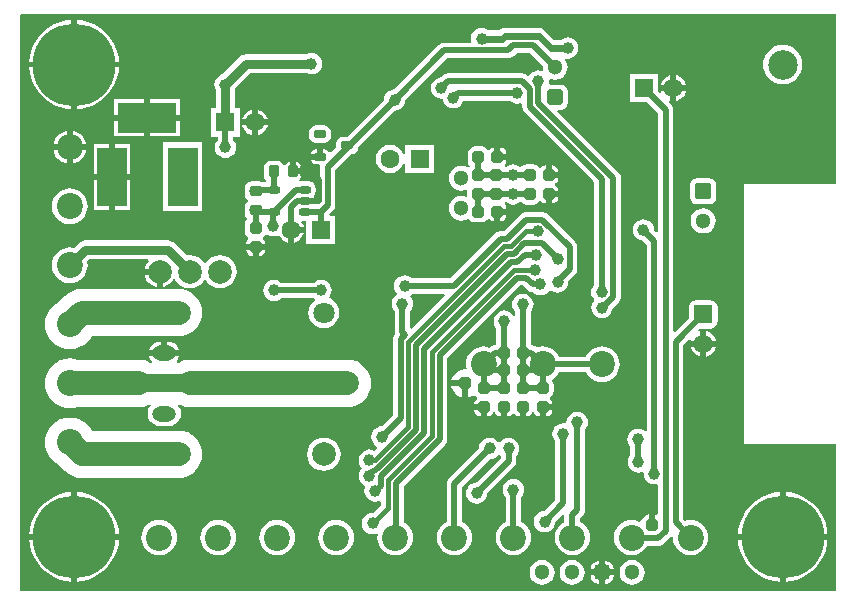
<source format=gbl>
%FSLAX44Y44*%
%MOMM*%
G71*
G01*
G75*
G04 Layer_Physical_Order=2*
G04 Layer_Color=16711680*
G04:AMPARAMS|DCode=10|XSize=1.6mm|YSize=2mm|CornerRadius=0.248mm|HoleSize=0mm|Usage=FLASHONLY|Rotation=180.000|XOffset=0mm|YOffset=0mm|HoleType=Round|Shape=RoundedRectangle|*
%AMROUNDEDRECTD10*
21,1,1.6000,1.5040,0,0,180.0*
21,1,1.1040,2.0000,0,0,180.0*
1,1,0.4960,-0.5520,0.7520*
1,1,0.4960,0.5520,0.7520*
1,1,0.4960,0.5520,-0.7520*
1,1,0.4960,-0.5520,-0.7520*
%
%ADD10ROUNDEDRECTD10*%
G04:AMPARAMS|DCode=11|XSize=1mm|YSize=0.95mm|CornerRadius=0.1995mm|HoleSize=0mm|Usage=FLASHONLY|Rotation=0.000|XOffset=0mm|YOffset=0mm|HoleType=Round|Shape=RoundedRectangle|*
%AMROUNDEDRECTD11*
21,1,1.0000,0.5510,0,0,0.0*
21,1,0.6010,0.9500,0,0,0.0*
1,1,0.3990,0.3005,-0.2755*
1,1,0.3990,-0.3005,-0.2755*
1,1,0.3990,-0.3005,0.2755*
1,1,0.3990,0.3005,0.2755*
%
%ADD11ROUNDEDRECTD11*%
G04:AMPARAMS|DCode=12|XSize=1.05mm|YSize=0.65mm|CornerRadius=0.2015mm|HoleSize=0mm|Usage=FLASHONLY|Rotation=90.000|XOffset=0mm|YOffset=0mm|HoleType=Round|Shape=RoundedRectangle|*
%AMROUNDEDRECTD12*
21,1,1.0500,0.2470,0,0,90.0*
21,1,0.6470,0.6500,0,0,90.0*
1,1,0.4030,0.1235,0.3235*
1,1,0.4030,0.1235,-0.3235*
1,1,0.4030,-0.1235,-0.3235*
1,1,0.4030,-0.1235,0.3235*
%
%ADD12ROUNDEDRECTD12*%
G04:AMPARAMS|DCode=13|XSize=1mm|YSize=0.9mm|CornerRadius=0.198mm|HoleSize=0mm|Usage=FLASHONLY|Rotation=180.000|XOffset=0mm|YOffset=0mm|HoleType=Round|Shape=RoundedRectangle|*
%AMROUNDEDRECTD13*
21,1,1.0000,0.5040,0,0,180.0*
21,1,0.6040,0.9000,0,0,180.0*
1,1,0.3960,-0.3020,0.2520*
1,1,0.3960,0.3020,0.2520*
1,1,0.3960,0.3020,-0.2520*
1,1,0.3960,-0.3020,-0.2520*
%
%ADD13ROUNDEDRECTD13*%
G04:AMPARAMS|DCode=14|XSize=1.05mm|YSize=0.65mm|CornerRadius=0.2015mm|HoleSize=0mm|Usage=FLASHONLY|Rotation=180.000|XOffset=0mm|YOffset=0mm|HoleType=Round|Shape=RoundedRectangle|*
%AMROUNDEDRECTD14*
21,1,1.0500,0.2470,0,0,180.0*
21,1,0.6470,0.6500,0,0,180.0*
1,1,0.4030,-0.3235,0.1235*
1,1,0.4030,0.3235,0.1235*
1,1,0.4030,0.3235,-0.1235*
1,1,0.4030,-0.3235,-0.1235*
%
%ADD14ROUNDEDRECTD14*%
G04:AMPARAMS|DCode=15|XSize=1mm|YSize=0.9mm|CornerRadius=0.198mm|HoleSize=0mm|Usage=FLASHONLY|Rotation=90.000|XOffset=0mm|YOffset=0mm|HoleType=Round|Shape=RoundedRectangle|*
%AMROUNDEDRECTD15*
21,1,1.0000,0.5040,0,0,90.0*
21,1,0.6040,0.9000,0,0,90.0*
1,1,0.3960,0.2520,0.3020*
1,1,0.3960,0.2520,-0.3020*
1,1,0.3960,-0.2520,-0.3020*
1,1,0.3960,-0.2520,0.3020*
%
%ADD15ROUNDEDRECTD15*%
G04:AMPARAMS|DCode=16|XSize=3.3mm|YSize=2.5mm|CornerRadius=0.2mm|HoleSize=0mm|Usage=FLASHONLY|Rotation=270.000|XOffset=0mm|YOffset=0mm|HoleType=Round|Shape=RoundedRectangle|*
%AMROUNDEDRECTD16*
21,1,3.3000,2.1000,0,0,270.0*
21,1,2.9000,2.5000,0,0,270.0*
1,1,0.4000,-1.0500,-1.4500*
1,1,0.4000,-1.0500,1.4500*
1,1,0.4000,1.0500,1.4500*
1,1,0.4000,1.0500,-1.4500*
%
%ADD16ROUNDEDRECTD16*%
G04:AMPARAMS|DCode=17|XSize=1.45mm|YSize=1.15mm|CornerRadius=0.2013mm|HoleSize=0mm|Usage=FLASHONLY|Rotation=270.000|XOffset=0mm|YOffset=0mm|HoleType=Round|Shape=RoundedRectangle|*
%AMROUNDEDRECTD17*
21,1,1.4500,0.7475,0,0,270.0*
21,1,1.0475,1.1500,0,0,270.0*
1,1,0.4025,-0.3738,-0.5238*
1,1,0.4025,-0.3738,0.5238*
1,1,0.4025,0.3738,0.5238*
1,1,0.4025,0.3738,-0.5238*
%
%ADD17ROUNDEDRECTD17*%
G04:AMPARAMS|DCode=18|XSize=1.2mm|YSize=0.6mm|CornerRadius=0.201mm|HoleSize=0mm|Usage=FLASHONLY|Rotation=270.000|XOffset=0mm|YOffset=0mm|HoleType=Round|Shape=RoundedRectangle|*
%AMROUNDEDRECTD18*
21,1,1.2000,0.1980,0,0,270.0*
21,1,0.7980,0.6000,0,0,270.0*
1,1,0.4020,-0.0990,-0.3990*
1,1,0.4020,-0.0990,0.3990*
1,1,0.4020,0.0990,0.3990*
1,1,0.4020,0.0990,-0.3990*
%
%ADD18ROUNDEDRECTD18*%
G04:AMPARAMS|DCode=19|XSize=1.9mm|YSize=1.2mm|CornerRadius=0.198mm|HoleSize=0mm|Usage=FLASHONLY|Rotation=0.000|XOffset=0mm|YOffset=0mm|HoleType=Round|Shape=RoundedRectangle|*
%AMROUNDEDRECTD19*
21,1,1.9000,0.8040,0,0,0.0*
21,1,1.5040,1.2000,0,0,0.0*
1,1,0.3960,0.7520,-0.4020*
1,1,0.3960,-0.7520,-0.4020*
1,1,0.3960,-0.7520,0.4020*
1,1,0.3960,0.7520,0.4020*
%
%ADD19ROUNDEDRECTD19*%
G04:AMPARAMS|DCode=20|XSize=2.5mm|YSize=1.7mm|CornerRadius=0.204mm|HoleSize=0mm|Usage=FLASHONLY|Rotation=270.000|XOffset=0mm|YOffset=0mm|HoleType=Round|Shape=RoundedRectangle|*
%AMROUNDEDRECTD20*
21,1,2.5000,1.2920,0,0,270.0*
21,1,2.0920,1.7000,0,0,270.0*
1,1,0.4080,-0.6460,-1.0460*
1,1,0.4080,-0.6460,1.0460*
1,1,0.4080,0.6460,1.0460*
1,1,0.4080,0.6460,-1.0460*
%
%ADD20ROUNDEDRECTD20*%
G04:AMPARAMS|DCode=21|XSize=2.7mm|YSize=1.2mm|CornerRadius=0.21mm|HoleSize=0mm|Usage=FLASHONLY|Rotation=90.000|XOffset=0mm|YOffset=0mm|HoleType=Round|Shape=RoundedRectangle|*
%AMROUNDEDRECTD21*
21,1,2.7000,0.7800,0,0,90.0*
21,1,2.2800,1.2000,0,0,90.0*
1,1,0.4200,0.3900,1.1400*
1,1,0.4200,0.3900,-1.1400*
1,1,0.4200,-0.3900,-1.1400*
1,1,0.4200,-0.3900,1.1400*
%
%ADD21ROUNDEDRECTD21*%
G04:AMPARAMS|DCode=22|XSize=1mm|YSize=0.95mm|CornerRadius=0.1995mm|HoleSize=0mm|Usage=FLASHONLY|Rotation=270.000|XOffset=0mm|YOffset=0mm|HoleType=Round|Shape=RoundedRectangle|*
%AMROUNDEDRECTD22*
21,1,1.0000,0.5510,0,0,270.0*
21,1,0.6010,0.9500,0,0,270.0*
1,1,0.3990,-0.2755,-0.3005*
1,1,0.3990,-0.2755,0.3005*
1,1,0.3990,0.2755,0.3005*
1,1,0.3990,0.2755,-0.3005*
%
%ADD22ROUNDEDRECTD22*%
G04:AMPARAMS|DCode=23|XSize=0.7mm|YSize=1mm|CornerRadius=0.175mm|HoleSize=0mm|Usage=FLASHONLY|Rotation=90.000|XOffset=0mm|YOffset=0mm|HoleType=Round|Shape=RoundedRectangle|*
%AMROUNDEDRECTD23*
21,1,0.7000,0.6500,0,0,90.0*
21,1,0.3500,1.0000,0,0,90.0*
1,1,0.3500,0.3250,0.1750*
1,1,0.3500,0.3250,-0.1750*
1,1,0.3500,-0.3250,-0.1750*
1,1,0.3500,-0.3250,0.1750*
%
%ADD23ROUNDEDRECTD23*%
G04:AMPARAMS|DCode=24|XSize=0.8mm|YSize=2mm|CornerRadius=0.2mm|HoleSize=0mm|Usage=FLASHONLY|Rotation=90.000|XOffset=0mm|YOffset=0mm|HoleType=Round|Shape=RoundedRectangle|*
%AMROUNDEDRECTD24*
21,1,0.8000,1.6000,0,0,90.0*
21,1,0.4000,2.0000,0,0,90.0*
1,1,0.4000,0.8000,0.2000*
1,1,0.4000,0.8000,-0.2000*
1,1,0.4000,-0.8000,-0.2000*
1,1,0.4000,-0.8000,0.2000*
%
%ADD24ROUNDEDRECTD24*%
G04:AMPARAMS|DCode=25|XSize=1.45mm|YSize=0.95mm|CornerRadius=0.1995mm|HoleSize=0mm|Usage=FLASHONLY|Rotation=0.000|XOffset=0mm|YOffset=0mm|HoleType=Round|Shape=RoundedRectangle|*
%AMROUNDEDRECTD25*
21,1,1.4500,0.5510,0,0,0.0*
21,1,1.0510,0.9500,0,0,0.0*
1,1,0.3990,0.5255,-0.2755*
1,1,0.3990,-0.5255,-0.2755*
1,1,0.3990,-0.5255,0.2755*
1,1,0.3990,0.5255,0.2755*
%
%ADD25ROUNDEDRECTD25*%
%ADD26O,1.5500X0.6000*%
G04:AMPARAMS|DCode=27|XSize=5.2mm|YSize=2mm|CornerRadius=0.25mm|HoleSize=0mm|Usage=FLASHONLY|Rotation=270.000|XOffset=0mm|YOffset=0mm|HoleType=Round|Shape=RoundedRectangle|*
%AMROUNDEDRECTD27*
21,1,5.2000,1.5000,0,0,270.0*
21,1,4.7000,2.0000,0,0,270.0*
1,1,0.5000,-0.7500,-2.3500*
1,1,0.5000,-0.7500,2.3500*
1,1,0.5000,0.7500,2.3500*
1,1,0.5000,0.7500,-2.3500*
%
%ADD27ROUNDEDRECTD27*%
G04:AMPARAMS|DCode=28|XSize=2.5mm|YSize=1.7mm|CornerRadius=0.204mm|HoleSize=0mm|Usage=FLASHONLY|Rotation=180.000|XOffset=0mm|YOffset=0mm|HoleType=Round|Shape=RoundedRectangle|*
%AMROUNDEDRECTD28*
21,1,2.5000,1.2920,0,0,180.0*
21,1,2.0920,1.7000,0,0,180.0*
1,1,0.4080,-1.0460,0.6460*
1,1,0.4080,1.0460,0.6460*
1,1,0.4080,1.0460,-0.6460*
1,1,0.4080,-1.0460,-0.6460*
%
%ADD28ROUNDEDRECTD28*%
G04:AMPARAMS|DCode=29|XSize=3.3mm|YSize=1.65mm|CornerRadius=0.198mm|HoleSize=0mm|Usage=FLASHONLY|Rotation=180.000|XOffset=0mm|YOffset=0mm|HoleType=Round|Shape=RoundedRectangle|*
%AMROUNDEDRECTD29*
21,1,3.3000,1.2540,0,0,180.0*
21,1,2.9040,1.6500,0,0,180.0*
1,1,0.3960,-1.4520,0.6270*
1,1,0.3960,1.4520,0.6270*
1,1,0.3960,1.4520,-0.6270*
1,1,0.3960,-1.4520,-0.6270*
%
%ADD29ROUNDEDRECTD29*%
G04:AMPARAMS|DCode=30|XSize=1.2mm|YSize=2mm|CornerRadius=0.3mm|HoleSize=0mm|Usage=FLASHONLY|Rotation=270.000|XOffset=0mm|YOffset=0mm|HoleType=Round|Shape=RoundedRectangle|*
%AMROUNDEDRECTD30*
21,1,1.2000,1.4000,0,0,270.0*
21,1,0.6000,2.0000,0,0,270.0*
1,1,0.6000,-0.7000,-0.3000*
1,1,0.6000,-0.7000,0.3000*
1,1,0.6000,0.7000,0.3000*
1,1,0.6000,0.7000,-0.3000*
%
%ADD30ROUNDEDRECTD30*%
%ADD31O,2.5000X0.7000*%
%ADD32O,0.7000X2.5000*%
G04:AMPARAMS|DCode=33|XSize=0.67mm|YSize=0.67mm|CornerRadius=0.1508mm|HoleSize=0mm|Usage=FLASHONLY|Rotation=180.000|XOffset=0mm|YOffset=0mm|HoleType=Round|Shape=RoundedRectangle|*
%AMROUNDEDRECTD33*
21,1,0.6700,0.3685,0,0,180.0*
21,1,0.3685,0.6700,0,0,180.0*
1,1,0.3015,-0.1843,0.1843*
1,1,0.3015,0.1843,0.1843*
1,1,0.3015,0.1843,-0.1843*
1,1,0.3015,-0.1843,-0.1843*
%
%ADD33ROUNDEDRECTD33*%
G04:AMPARAMS|DCode=34|XSize=1.1mm|YSize=0.6mm|CornerRadius=0.201mm|HoleSize=0mm|Usage=FLASHONLY|Rotation=0.000|XOffset=0mm|YOffset=0mm|HoleType=Round|Shape=RoundedRectangle|*
%AMROUNDEDRECTD34*
21,1,1.1000,0.1980,0,0,0.0*
21,1,0.6980,0.6000,0,0,0.0*
1,1,0.4020,0.3490,-0.0990*
1,1,0.4020,-0.3490,-0.0990*
1,1,0.4020,-0.3490,0.0990*
1,1,0.4020,0.3490,0.0990*
%
%ADD34ROUNDEDRECTD34*%
%ADD35O,1.5000X0.5000*%
%ADD36O,0.5000X2.5000*%
G04:AMPARAMS|DCode=37|XSize=0.7mm|YSize=1.5mm|CornerRadius=0.175mm|HoleSize=0mm|Usage=FLASHONLY|Rotation=90.000|XOffset=0mm|YOffset=0mm|HoleType=Round|Shape=RoundedRectangle|*
%AMROUNDEDRECTD37*
21,1,0.7000,1.1500,0,0,90.0*
21,1,0.3500,1.5000,0,0,90.0*
1,1,0.3500,0.5750,0.1750*
1,1,0.3500,0.5750,-0.1750*
1,1,0.3500,-0.5750,-0.1750*
1,1,0.3500,-0.5750,0.1750*
%
%ADD37ROUNDEDRECTD37*%
%ADD38O,2.5000X0.5000*%
%ADD39C,0.5000*%
%ADD40C,0.4000*%
%ADD41C,0.8000*%
%ADD42C,0.6000*%
%ADD43C,0.6500*%
%ADD44C,0.2500*%
%ADD45C,0.7000*%
%ADD46C,1.5000*%
%ADD47C,2.0000*%
%ADD48C,2.0000*%
%ADD49C,2.2000*%
%ADD50C,1.3000*%
G04:AMPARAMS|DCode=51|XSize=1.3mm|YSize=1.3mm|CornerRadius=0.325mm|HoleSize=0mm|Usage=FLASHONLY|Rotation=0.000|XOffset=0mm|YOffset=0mm|HoleType=Round|Shape=RoundedRectangle|*
%AMROUNDEDRECTD51*
21,1,1.3000,0.6500,0,0,0.0*
21,1,0.6500,1.3000,0,0,0.0*
1,1,0.6500,0.3250,-0.3250*
1,1,0.6500,-0.3250,-0.3250*
1,1,0.6500,-0.3250,0.3250*
1,1,0.6500,0.3250,0.3250*
%
%ADD51ROUNDEDRECTD51*%
G04:AMPARAMS|DCode=52|XSize=1.3mm|YSize=1.3mm|CornerRadius=0.1625mm|HoleSize=0mm|Usage=FLASHONLY|Rotation=270.000|XOffset=0mm|YOffset=0mm|HoleType=Round|Shape=RoundedRectangle|*
%AMROUNDEDRECTD52*
21,1,1.3000,0.9750,0,0,270.0*
21,1,0.9750,1.3000,0,0,270.0*
1,1,0.3250,-0.4875,-0.4875*
1,1,0.3250,-0.4875,0.4875*
1,1,0.3250,0.4875,0.4875*
1,1,0.3250,0.4875,-0.4875*
%
%ADD52ROUNDEDRECTD52*%
%ADD53R,2.5000X5.0000*%
%ADD54R,5.0000X2.5000*%
%ADD55O,2.0000X1.3000*%
%ADD56R,1.6000X1.6000*%
%ADD57C,1.6000*%
G04:AMPARAMS|DCode=58|XSize=1.6mm|YSize=1.6mm|CornerRadius=0.2mm|HoleSize=0mm|Usage=FLASHONLY|Rotation=270.000|XOffset=0mm|YOffset=0mm|HoleType=Round|Shape=RoundedRectangle|*
%AMROUNDEDRECTD58*
21,1,1.6000,1.2000,0,0,270.0*
21,1,1.2000,1.6000,0,0,270.0*
1,1,0.4000,-0.6000,-0.6000*
1,1,0.4000,-0.6000,0.6000*
1,1,0.4000,0.6000,0.6000*
1,1,0.4000,0.6000,-0.6000*
%
%ADD58ROUNDEDRECTD58*%
%ADD59C,1.8000*%
G04:AMPARAMS|DCode=60|XSize=1.4mm|YSize=1.4mm|CornerRadius=0.175mm|HoleSize=0mm|Usage=FLASHONLY|Rotation=270.000|XOffset=0mm|YOffset=0mm|HoleType=Round|Shape=RoundedRectangle|*
%AMROUNDEDRECTD60*
21,1,1.4000,1.0500,0,0,270.0*
21,1,1.0500,1.4000,0,0,270.0*
1,1,0.3500,-0.5250,-0.5250*
1,1,0.3500,-0.5250,0.5250*
1,1,0.3500,0.5250,0.5250*
1,1,0.3500,0.5250,-0.5250*
%
%ADD60ROUNDEDRECTD60*%
%ADD61C,2.5000*%
G04:AMPARAMS|DCode=62|XSize=1mm|YSize=1mm|CornerRadius=0.25mm|HoleSize=0mm|Usage=FLASHONLY|Rotation=180.000|XOffset=0mm|YOffset=0mm|HoleType=Round|Shape=RoundedRectangle|*
%AMROUNDEDRECTD62*
21,1,1.0000,0.5000,0,0,180.0*
21,1,0.5000,1.0000,0,0,180.0*
1,1,0.5000,-0.2500,0.2500*
1,1,0.5000,0.2500,0.2500*
1,1,0.5000,0.2500,-0.2500*
1,1,0.5000,-0.2500,-0.2500*
%
%ADD62ROUNDEDRECTD62*%
%ADD63C,7.0000*%
%ADD64C,1.0000*%
G04:AMPARAMS|DCode=65|XSize=0.7mm|YSize=2.5mm|CornerRadius=0.175mm|HoleSize=0mm|Usage=FLASHONLY|Rotation=270.000|XOffset=0mm|YOffset=0mm|HoleType=Round|Shape=RoundedRectangle|*
%AMROUNDEDRECTD65*
21,1,0.7000,2.1500,0,0,270.0*
21,1,0.3500,2.5000,0,0,270.0*
1,1,0.3500,-1.0750,-0.1750*
1,1,0.3500,-1.0750,0.1750*
1,1,0.3500,1.0750,0.1750*
1,1,0.3500,1.0750,-0.1750*
%
%ADD65ROUNDEDRECTD65*%
G36*
X695162Y348619D02*
X693941Y348500D01*
X693892Y348500D01*
X617145D01*
X617145Y128536D01*
X693892Y128496D01*
X693941Y128496D01*
X695162Y128376D01*
Y4588D01*
X4588D01*
X4588Y491514D01*
X5486Y492412D01*
X695162D01*
Y348619D01*
D02*
G37*
%LPC*%
G36*
X378500Y177500D02*
X369478D01*
X369552Y176933D01*
X370736Y174074D01*
X372620Y171620D01*
X375074Y169736D01*
X377933Y168552D01*
X378500Y168478D01*
Y177500D01*
D02*
G37*
G36*
X455098Y157500D02*
X449500D01*
Y152152D01*
X450005D01*
X451954Y152540D01*
X453606Y153644D01*
X454710Y155296D01*
X455098Y157245D01*
Y157500D01*
D02*
G37*
G36*
X139247Y203000D02*
X113753D01*
X114702Y200709D01*
X116124Y198855D01*
X115877Y197702D01*
X115837Y197585D01*
X114529D01*
X112691Y198567D01*
X108921Y199711D01*
X105000Y200097D01*
X52593D01*
X50617Y200696D01*
X46500Y201102D01*
X42383Y200696D01*
X38425Y199495D01*
X34777Y197545D01*
X31579Y194921D01*
X28955Y191723D01*
X27005Y188075D01*
X25804Y184117D01*
X25398Y180000D01*
X25804Y175883D01*
X27005Y171925D01*
X28955Y168277D01*
X31579Y165079D01*
X34777Y162455D01*
X38425Y160505D01*
X42383Y159304D01*
X46500Y158898D01*
X50617Y159304D01*
X52593Y159903D01*
X105000D01*
X108921Y160289D01*
X112691Y161433D01*
X114036Y162152D01*
X114853Y161189D01*
X114864Y161145D01*
X113828Y159795D01*
X112770Y157241D01*
X112409Y154500D01*
X112770Y151759D01*
X113828Y149205D01*
X115511Y147011D01*
X117704Y145328D01*
X120259Y144270D01*
X123000Y143909D01*
X130000D01*
X132741Y144270D01*
X135295Y145328D01*
X137488Y147011D01*
X139172Y149205D01*
X140230Y151759D01*
X140590Y154500D01*
X140230Y157241D01*
X139172Y159795D01*
X138136Y161145D01*
X138147Y161190D01*
X138964Y162152D01*
X140309Y161433D01*
X144079Y160289D01*
X148000Y159903D01*
X281500D01*
X285420Y160289D01*
X289191Y161433D01*
X292665Y163290D01*
X295710Y165789D01*
X298210Y168835D01*
X300067Y172309D01*
X301210Y176079D01*
X301597Y180000D01*
X301210Y183921D01*
X300067Y187691D01*
X298210Y191165D01*
X295710Y194211D01*
X292665Y196710D01*
X289191Y198567D01*
X285420Y199711D01*
X281500Y200097D01*
X148000D01*
X144079Y199711D01*
X140309Y198567D01*
X138471Y197585D01*
X137162D01*
X137123Y197702D01*
X136875Y198855D01*
X138298Y200709D01*
X139247Y203000D01*
D02*
G37*
G36*
X593516Y211000D02*
X585251D01*
Y202734D01*
X585622Y202783D01*
X588298Y203892D01*
X590596Y205655D01*
X592359Y207952D01*
X593467Y210628D01*
X593516Y211000D01*
D02*
G37*
G36*
X580251D02*
X571985D01*
X572034Y210628D01*
X573142Y207952D01*
X574905Y205655D01*
X577203Y203892D01*
X579879Y202783D01*
X580251Y202734D01*
Y211000D01*
D02*
G37*
G36*
X261500Y134121D02*
X257845Y133640D01*
X254439Y132229D01*
X251515Y129985D01*
X249271Y127060D01*
X247860Y123655D01*
X247379Y120000D01*
X247860Y116345D01*
X249271Y112940D01*
X251515Y110015D01*
X254439Y107771D01*
X257845Y106360D01*
X261500Y105879D01*
X265155Y106360D01*
X268560Y107771D01*
X271485Y110015D01*
X273729Y112940D01*
X275140Y116345D01*
X275621Y120000D01*
X275140Y123655D01*
X273729Y127060D01*
X271485Y129985D01*
X268560Y132229D01*
X265155Y133640D01*
X261500Y134121D01*
D02*
G37*
G36*
X46500Y151102D02*
X42383Y150696D01*
X38425Y149495D01*
X34777Y147545D01*
X31579Y144921D01*
X28955Y141723D01*
X27005Y138075D01*
X25804Y134117D01*
X25398Y130000D01*
X25804Y125883D01*
X27005Y121925D01*
X28955Y118277D01*
X31579Y115079D01*
X34777Y112455D01*
X36597Y111482D01*
X42289Y105789D01*
X45335Y103290D01*
X48809Y101433D01*
X52579Y100289D01*
X56500Y99903D01*
X138500D01*
X142421Y100289D01*
X146191Y101433D01*
X149665Y103290D01*
X152710Y105789D01*
X155210Y108835D01*
X157067Y112309D01*
X158210Y116079D01*
X158597Y120000D01*
X158210Y123921D01*
X157067Y127691D01*
X155210Y131165D01*
X152710Y134211D01*
X149665Y136710D01*
X146191Y138567D01*
X142421Y139711D01*
X138500Y140097D01*
X64915D01*
X64045Y141723D01*
X61421Y144921D01*
X58223Y147545D01*
X54575Y149495D01*
X50617Y150696D01*
X46500Y151102D01*
D02*
G37*
G36*
X418000Y134078D02*
X415650Y133768D01*
X413461Y132861D01*
X411581Y131419D01*
X410800Y130401D01*
X409200D01*
X408419Y131419D01*
X406539Y132861D01*
X404350Y133768D01*
X402000Y134078D01*
X399650Y133768D01*
X397461Y132861D01*
X395581Y131419D01*
X394139Y129539D01*
X393232Y127350D01*
X392952Y125224D01*
X367364Y99636D01*
X366322Y98278D01*
X365995Y97487D01*
X365667Y96697D01*
X365444Y95000D01*
Y63004D01*
X363626Y62032D01*
X361342Y60158D01*
X359468Y57874D01*
X358075Y55268D01*
X357217Y52441D01*
X356927Y49500D01*
X357217Y46560D01*
X358075Y43732D01*
X359468Y41126D01*
X361342Y38842D01*
X363626Y36968D01*
X366232Y35575D01*
X369059Y34717D01*
X372000Y34427D01*
X374940Y34717D01*
X377768Y35575D01*
X380374Y36968D01*
X382658Y38842D01*
X384532Y41126D01*
X385925Y43732D01*
X386783Y46560D01*
X387073Y49500D01*
X386783Y52441D01*
X385925Y55268D01*
X384532Y57874D01*
X382658Y60158D01*
X380374Y62032D01*
X378556Y63004D01*
Y92284D01*
X402224Y115952D01*
X404350Y116232D01*
X406539Y117139D01*
X408419Y118581D01*
X409200Y119599D01*
X410521D01*
X411444Y118595D01*
Y116966D01*
X390777Y96298D01*
X388651Y96018D01*
X386461Y95111D01*
X384581Y93669D01*
X383139Y91789D01*
X382232Y89600D01*
X381922Y87250D01*
X382232Y84901D01*
X383139Y82711D01*
X384581Y80831D01*
X386461Y79388D01*
X388651Y78482D01*
X391000Y78172D01*
X393349Y78482D01*
X395539Y79388D01*
X397419Y80831D01*
X398862Y82711D01*
X399768Y84901D01*
X400048Y87027D01*
X422636Y109614D01*
X423678Y110972D01*
X424005Y111763D01*
X424333Y112553D01*
X424556Y114250D01*
Y118760D01*
X425862Y120461D01*
X426768Y122650D01*
X427078Y125000D01*
X426768Y127350D01*
X425862Y129539D01*
X424419Y131419D01*
X422539Y132861D01*
X420350Y133768D01*
X418000Y134078D01*
D02*
G37*
G36*
X394500Y157500D02*
X388902D01*
Y157245D01*
X389290Y155296D01*
X390394Y153644D01*
X392046Y152540D01*
X393995Y152152D01*
X394500D01*
Y157500D01*
D02*
G37*
G36*
X476000Y156078D02*
X473651Y155768D01*
X471461Y154861D01*
X469581Y153419D01*
X468139Y151539D01*
X467232Y149349D01*
X466942Y147148D01*
X466824Y146924D01*
X465760Y146096D01*
X464000Y146328D01*
X461651Y146018D01*
X459461Y145111D01*
X457581Y143669D01*
X456139Y141789D01*
X455232Y139600D01*
X454922Y137250D01*
X455232Y134901D01*
X456139Y132711D01*
X457444Y131010D01*
Y81247D01*
X448245Y72048D01*
X446119Y71768D01*
X443930Y70862D01*
X442050Y69419D01*
X440607Y67539D01*
X439700Y65349D01*
X439391Y63000D01*
X439700Y60651D01*
X440607Y58461D01*
X442050Y56581D01*
X443930Y55139D01*
X446119Y54232D01*
X448469Y53922D01*
X450818Y54232D01*
X453007Y55139D01*
X454887Y56581D01*
X456330Y58461D01*
X457237Y60651D01*
X457517Y62777D01*
X464073Y69332D01*
X465275Y68739D01*
X465244Y68500D01*
Y62897D01*
X463626Y62032D01*
X461342Y60158D01*
X459468Y57874D01*
X458075Y55268D01*
X457217Y52441D01*
X456927Y49500D01*
X457217Y46560D01*
X458075Y43732D01*
X459468Y41126D01*
X461342Y38842D01*
X463626Y36968D01*
X466232Y35575D01*
X469059Y34717D01*
X472000Y34427D01*
X474940Y34717D01*
X477768Y35575D01*
X480374Y36968D01*
X482658Y38842D01*
X484532Y41126D01*
X485925Y43732D01*
X486783Y46560D01*
X487073Y49500D01*
X486783Y52441D01*
X485925Y55268D01*
X484532Y57874D01*
X482658Y60158D01*
X480374Y62032D01*
X478356Y63111D01*
Y65784D01*
X480636Y68064D01*
X481678Y69422D01*
X482005Y70212D01*
X482333Y71003D01*
X482556Y72700D01*
Y140760D01*
X483861Y142461D01*
X484768Y144650D01*
X485078Y147000D01*
X484768Y149349D01*
X483861Y151539D01*
X482419Y153419D01*
X480539Y154861D01*
X478349Y155768D01*
X476000Y156078D01*
D02*
G37*
G36*
X259118Y267828D02*
X256768Y267518D01*
X254579Y266611D01*
X252877Y265306D01*
X225490D01*
X223789Y266611D01*
X221600Y267518D01*
X219250Y267828D01*
X216901Y267518D01*
X214711Y266611D01*
X212831Y265169D01*
X211389Y263289D01*
X210482Y261099D01*
X210172Y258750D01*
X210482Y256401D01*
X211389Y254211D01*
X212831Y252331D01*
X214711Y250889D01*
X216901Y249982D01*
X219250Y249672D01*
X221600Y249982D01*
X223789Y250889D01*
X225490Y252194D01*
X252877D01*
X253629Y251617D01*
Y250347D01*
X252228Y249272D01*
X250144Y246556D01*
X248834Y243394D01*
X248388Y240000D01*
X248834Y236606D01*
X250144Y233444D01*
X252228Y230728D01*
X254944Y228645D01*
X258106Y227335D01*
X261500Y226888D01*
X264893Y227335D01*
X268056Y228645D01*
X270772Y230728D01*
X272855Y233444D01*
X274165Y236606D01*
X274612Y240000D01*
X274165Y243394D01*
X272855Y246556D01*
X270772Y249272D01*
X268056Y251355D01*
X266540Y251984D01*
X266211Y253210D01*
X266979Y254211D01*
X267886Y256401D01*
X268195Y258750D01*
X267886Y261099D01*
X266979Y263289D01*
X265536Y265169D01*
X263656Y266611D01*
X261467Y267518D01*
X259118Y267828D01*
D02*
G37*
G36*
X120000Y272000D02*
X109717D01*
X109835Y271106D01*
X111145Y267944D01*
X113228Y265228D01*
X115944Y263144D01*
X119106Y261835D01*
X120000Y261717D01*
Y272000D01*
D02*
G37*
G36*
X446420Y325056D02*
X432892D01*
X431195Y324833D01*
X430732Y324641D01*
X429614Y324178D01*
X428256Y323136D01*
X414176Y309056D01*
X411331D01*
X409634Y308833D01*
X408979Y308561D01*
X408053Y308178D01*
X406695Y307136D01*
X368615Y269056D01*
X336240D01*
X334539Y270361D01*
X332350Y271268D01*
X330000Y271578D01*
X327650Y271268D01*
X325461Y270361D01*
X323581Y268919D01*
X322138Y267039D01*
X321232Y264849D01*
X320922Y262500D01*
X321232Y260151D01*
X322138Y257961D01*
X323171Y256616D01*
X323226Y256377D01*
X323057Y255161D01*
X322947Y254967D01*
X321581Y253919D01*
X320139Y252039D01*
X319232Y249849D01*
X318922Y247500D01*
X319232Y245151D01*
X320139Y242961D01*
X321444Y241260D01*
Y223169D01*
X321603Y221964D01*
X320822Y220947D01*
X320495Y220156D01*
X320167Y219366D01*
X319944Y217669D01*
Y153216D01*
X310527Y143798D01*
X308400Y143518D01*
X306211Y142611D01*
X304331Y141169D01*
X302889Y139289D01*
X301982Y137100D01*
X301672Y134750D01*
X301982Y132401D01*
X302889Y130211D01*
X304331Y128331D01*
X306058Y127006D01*
X306328Y126406D01*
X306482Y125633D01*
X303953Y123104D01*
X302349Y123768D01*
X300000Y124078D01*
X297651Y123768D01*
X295461Y122861D01*
X293581Y121419D01*
X292139Y119539D01*
X291232Y117350D01*
X290922Y115000D01*
X291232Y112650D01*
X292139Y110461D01*
X293581Y108581D01*
Y108112D01*
X292139Y106232D01*
X291232Y104043D01*
X290922Y101693D01*
X291232Y99344D01*
X292139Y97155D01*
X293581Y95274D01*
X295461Y93832D01*
X296167Y93540D01*
X296653Y92366D01*
X296232Y91349D01*
X295922Y89000D01*
X296232Y86650D01*
X297139Y84461D01*
X298581Y82581D01*
X300461Y81138D01*
X302651Y80232D01*
X305000Y79922D01*
X307349Y80232D01*
X308612Y80755D01*
X309883Y79906D01*
Y77284D01*
X303127Y70528D01*
X302750Y70578D01*
X300401Y70268D01*
X298211Y69362D01*
X296331Y67919D01*
X294888Y66039D01*
X293982Y63850D01*
X293672Y61500D01*
X293982Y59151D01*
X294888Y56961D01*
X296331Y55081D01*
X298211Y53639D01*
X300401Y52732D01*
X302750Y52422D01*
X305100Y52732D01*
X306105Y53148D01*
X306741Y52743D01*
X307196Y52225D01*
X306927Y49500D01*
X307217Y46560D01*
X308075Y43732D01*
X309468Y41126D01*
X311342Y38842D01*
X313626Y36968D01*
X316232Y35575D01*
X319060Y34717D01*
X322000Y34427D01*
X324940Y34717D01*
X327768Y35575D01*
X330374Y36968D01*
X332658Y38842D01*
X334532Y41126D01*
X335925Y43732D01*
X336783Y46560D01*
X337073Y49500D01*
X336783Y52441D01*
X335925Y55268D01*
X334532Y57874D01*
X332658Y60158D01*
X330374Y62032D01*
X329056Y62737D01*
Y92808D01*
X364136Y127888D01*
X365178Y129245D01*
X365505Y130036D01*
X365833Y130827D01*
X366056Y132523D01*
Y201284D01*
X427716Y262944D01*
X429989D01*
X433819Y259114D01*
X435177Y258072D01*
X436295Y257609D01*
X436758Y257417D01*
X438455Y257194D01*
X438510D01*
X440211Y255889D01*
X442401Y254982D01*
X444750Y254672D01*
X447099Y254982D01*
X449289Y255889D01*
X451169Y257331D01*
X452099Y258543D01*
X452831Y259131D01*
X453806Y258775D01*
X454961Y257889D01*
X457150Y256982D01*
X459500Y256672D01*
X461850Y256982D01*
X464039Y257889D01*
X465919Y259331D01*
X467361Y261211D01*
X468268Y263400D01*
X468578Y265750D01*
X468455Y266683D01*
X474136Y272364D01*
X475178Y273722D01*
X475561Y274648D01*
X475833Y275303D01*
X476056Y277000D01*
Y295420D01*
X475833Y297116D01*
X475505Y297907D01*
X475178Y298698D01*
X474136Y300055D01*
X451055Y323136D01*
X449698Y324178D01*
X448907Y324505D01*
X448116Y324833D01*
X446420Y325056D01*
D02*
G37*
G36*
X211848Y293250D02*
X206250D01*
Y287902D01*
X206755D01*
X208704Y288290D01*
X210356Y289394D01*
X211460Y291046D01*
X211848Y292995D01*
Y293250D01*
D02*
G37*
G36*
X201250D02*
X195652D01*
Y292995D01*
X196040Y291046D01*
X197144Y289394D01*
X198796Y288290D01*
X200745Y287902D01*
X201250D01*
Y293250D01*
D02*
G37*
G36*
X130000Y215082D02*
X129000D01*
Y208000D01*
X139247D01*
X138298Y210291D01*
X136775Y212275D01*
X134791Y213798D01*
X132480Y214755D01*
X130000Y215082D01*
D02*
G37*
G36*
X124000D02*
X123000D01*
X120520Y214755D01*
X118209Y213798D01*
X116224Y212275D01*
X114702Y210291D01*
X113753Y208000D01*
X124000D01*
Y215082D01*
D02*
G37*
G36*
X138500Y260097D02*
X56500D01*
X52579Y259711D01*
X48809Y258567D01*
X45335Y256710D01*
X42289Y254211D01*
X36597Y248519D01*
X34777Y247545D01*
X31579Y244921D01*
X28955Y241723D01*
X27005Y238075D01*
X25804Y234117D01*
X25398Y230000D01*
X25804Y225883D01*
X27005Y221925D01*
X28955Y218277D01*
X31579Y215079D01*
X34777Y212455D01*
X38425Y210505D01*
X42383Y209304D01*
X46500Y208898D01*
X50617Y209304D01*
X54575Y210505D01*
X58223Y212455D01*
X61421Y215079D01*
X64045Y218277D01*
X64915Y219903D01*
X138500D01*
X142421Y220289D01*
X146191Y221433D01*
X149665Y223290D01*
X152710Y225789D01*
X155210Y228835D01*
X157067Y232309D01*
X158210Y236079D01*
X158597Y240000D01*
X158210Y243921D01*
X157067Y247691D01*
X155210Y251165D01*
X152710Y254211D01*
X149665Y256710D01*
X146191Y258567D01*
X142421Y259711D01*
X138500Y260097D01*
D02*
G37*
G36*
X430000Y256078D02*
X427650Y255768D01*
X425461Y254861D01*
X423581Y253419D01*
X422139Y251539D01*
X421232Y249349D01*
X420922Y247000D01*
X421232Y244650D01*
X422139Y242461D01*
X423444Y240760D01*
Y237330D01*
X422174Y237077D01*
X422111Y237228D01*
X420669Y239108D01*
X418789Y240550D01*
X416600Y241457D01*
X414250Y241767D01*
X411900Y241457D01*
X409711Y240550D01*
X407831Y239108D01*
X406389Y237228D01*
X405482Y235038D01*
X405172Y232689D01*
X405482Y230340D01*
X406389Y228150D01*
X407444Y226775D01*
Y213675D01*
X406923Y213327D01*
X406369Y212498D01*
X405114Y212333D01*
X404459Y212061D01*
X403533Y211678D01*
X402175Y210636D01*
X401913Y210374D01*
X399940Y210972D01*
X397000Y211262D01*
X394059Y210972D01*
X391232Y210114D01*
X388626Y208721D01*
X386342Y206847D01*
X384468Y204563D01*
X383075Y201957D01*
X382217Y199130D01*
X381927Y196189D01*
X382217Y193249D01*
X382369Y192748D01*
X381547Y191779D01*
X381000Y191851D01*
X377933Y191448D01*
X375074Y190264D01*
X372620Y188380D01*
X370736Y185926D01*
X369552Y183067D01*
X369478Y182500D01*
X381000D01*
Y180000D01*
X383500D01*
Y168478D01*
X384067Y168552D01*
X386926Y169736D01*
X387645Y170289D01*
X388899Y170082D01*
X389673Y168923D01*
X390811Y168162D01*
X390811Y166635D01*
X390394Y166356D01*
X389290Y164704D01*
X388902Y162755D01*
Y162500D01*
X397000D01*
Y160000D01*
X399500D01*
Y152152D01*
X400005D01*
X401954Y152540D01*
X403606Y153644D01*
X404710Y155296D01*
X404853Y156012D01*
X406147D01*
X406290Y155296D01*
X407394Y153644D01*
X409046Y152540D01*
X410995Y152152D01*
X411500D01*
Y160000D01*
X416500D01*
Y152152D01*
X417005D01*
X418954Y152540D01*
X420606Y153644D01*
X421236Y154587D01*
X422764D01*
X423394Y153644D01*
X425046Y152540D01*
X426995Y152152D01*
X427500D01*
Y160000D01*
X432500D01*
Y152152D01*
X433005D01*
X434954Y152540D01*
X436606Y153644D01*
X437710Y155296D01*
X437853Y156012D01*
X439147D01*
X439290Y155296D01*
X440394Y153644D01*
X442046Y152540D01*
X443995Y152152D01*
X444500D01*
Y160000D01*
X447000D01*
Y162500D01*
X455098D01*
Y162755D01*
X454710Y164704D01*
X453606Y166356D01*
X453189Y166635D01*
X453189Y168162D01*
X454327Y168923D01*
X455652Y170906D01*
X456117Y173245D01*
Y178755D01*
X455652Y181094D01*
X455026Y182031D01*
X455374Y183657D01*
X457658Y185531D01*
X459532Y187815D01*
X460504Y189633D01*
X483496D01*
X484468Y187815D01*
X486342Y185531D01*
X488626Y183657D01*
X491232Y182264D01*
X494059Y181406D01*
X497000Y181116D01*
X499940Y181406D01*
X502768Y182264D01*
X505374Y183657D01*
X507658Y185531D01*
X509532Y187815D01*
X510925Y190421D01*
X511783Y193249D01*
X512073Y196189D01*
X511783Y199130D01*
X510925Y201957D01*
X509532Y204563D01*
X507658Y206847D01*
X505374Y208721D01*
X502768Y210114D01*
X499940Y210972D01*
X497000Y211262D01*
X494059Y210972D01*
X491232Y210114D01*
X488626Y208721D01*
X486342Y206847D01*
X484468Y204563D01*
X483496Y202745D01*
X460504D01*
X459532Y204563D01*
X457658Y206847D01*
X455374Y208721D01*
X452768Y210114D01*
X449940Y210972D01*
X447000Y211262D01*
X444059Y210972D01*
X442087Y210374D01*
X441825Y210636D01*
X440467Y211678D01*
X439541Y212061D01*
X438886Y212333D01*
X437631Y212498D01*
X437077Y213327D01*
X436556Y213675D01*
Y240760D01*
X437862Y242461D01*
X438768Y244650D01*
X439078Y247000D01*
X438768Y249349D01*
X437862Y251539D01*
X436419Y253419D01*
X434539Y254861D01*
X432350Y255768D01*
X430000Y256078D01*
D02*
G37*
G36*
X585251Y224266D02*
Y216000D01*
X593516D01*
X593467Y216372D01*
X592359Y219048D01*
X590596Y221345D01*
X588298Y223109D01*
X585622Y224217D01*
X585251Y224266D01*
D02*
G37*
G36*
X87921Y47500D02*
X52500D01*
Y12079D01*
X55963Y12352D01*
X61779Y13748D01*
X67305Y16037D01*
X72405Y19162D01*
X76953Y23047D01*
X80838Y27595D01*
X83963Y32695D01*
X86252Y38221D01*
X87648Y44037D01*
X87921Y47500D01*
D02*
G37*
G36*
X47500D02*
X12079D01*
X12352Y44037D01*
X13748Y38221D01*
X16037Y32695D01*
X19162Y27595D01*
X23047Y23047D01*
X27595Y19162D01*
X32695Y16037D01*
X38221Y13748D01*
X44037Y12352D01*
X47500Y12079D01*
Y47500D01*
D02*
G37*
G36*
X647500D02*
X612079D01*
X612352Y44037D01*
X613748Y38221D01*
X616037Y32695D01*
X619162Y27595D01*
X623047Y23047D01*
X627595Y19162D01*
X632695Y16037D01*
X638221Y13748D01*
X644037Y12352D01*
X647500Y12079D01*
Y47500D01*
D02*
G37*
G36*
X494700Y29622D02*
X493950D01*
X491511Y29137D01*
X489444Y27756D01*
X488063Y25689D01*
X487578Y23250D01*
Y22500D01*
X494700D01*
Y29622D01*
D02*
G37*
G36*
X687921Y47500D02*
X652500D01*
Y12079D01*
X655963Y12352D01*
X661779Y13748D01*
X667305Y16037D01*
X672405Y19162D01*
X676953Y23047D01*
X680838Y27595D01*
X683963Y32695D01*
X686252Y38221D01*
X687648Y44037D01*
X687921Y47500D01*
D02*
G37*
G36*
X471800Y30591D02*
X469059Y30230D01*
X466505Y29172D01*
X464311Y27489D01*
X462628Y25295D01*
X461570Y22741D01*
X461209Y20000D01*
X461570Y17259D01*
X462628Y14705D01*
X464311Y12511D01*
X466505Y10828D01*
X469059Y9770D01*
X471800Y9409D01*
X474541Y9770D01*
X477095Y10828D01*
X479289Y12511D01*
X480972Y14705D01*
X482030Y17259D01*
X482391Y20000D01*
X482030Y22741D01*
X480972Y25295D01*
X479289Y27489D01*
X477095Y29172D01*
X474541Y30230D01*
X471800Y30591D01*
D02*
G37*
G36*
X446400D02*
X443659Y30230D01*
X441105Y29172D01*
X438911Y27489D01*
X437228Y25295D01*
X436170Y22741D01*
X435809Y20000D01*
X436170Y17259D01*
X437228Y14705D01*
X438911Y12511D01*
X441105Y10828D01*
X443659Y9770D01*
X446400Y9409D01*
X449141Y9770D01*
X451695Y10828D01*
X453889Y12511D01*
X455572Y14705D01*
X456630Y17259D01*
X456991Y20000D01*
X456630Y22741D01*
X455572Y25295D01*
X453889Y27489D01*
X451695Y29172D01*
X449141Y30230D01*
X446400Y30591D01*
D02*
G37*
G36*
X522600D02*
X519859Y30230D01*
X517305Y29172D01*
X515111Y27489D01*
X513428Y25295D01*
X512370Y22741D01*
X512009Y20000D01*
X512370Y17259D01*
X513428Y14705D01*
X515111Y12511D01*
X517305Y10828D01*
X519859Y9770D01*
X522600Y9409D01*
X525341Y9770D01*
X527895Y10828D01*
X530089Y12511D01*
X531772Y14705D01*
X532830Y17259D01*
X533191Y20000D01*
X532830Y22741D01*
X531772Y25295D01*
X530089Y27489D01*
X527895Y29172D01*
X525341Y30230D01*
X522600Y30591D01*
D02*
G37*
G36*
X506822Y17500D02*
X499700D01*
Y10378D01*
X500450D01*
X502889Y10863D01*
X504956Y12244D01*
X506337Y14311D01*
X506822Y16750D01*
Y17500D01*
D02*
G37*
G36*
X494700D02*
X487578D01*
Y16750D01*
X488063Y14311D01*
X489444Y12244D01*
X491511Y10863D01*
X493950Y10378D01*
X494700D01*
Y17500D01*
D02*
G37*
G36*
X47500Y87921D02*
X44037Y87648D01*
X38221Y86252D01*
X32695Y83963D01*
X27595Y80838D01*
X23047Y76953D01*
X19162Y72405D01*
X16037Y67305D01*
X13748Y61779D01*
X12352Y55963D01*
X12079Y52500D01*
X47500D01*
Y87921D01*
D02*
G37*
G36*
X422000Y99078D02*
X419650Y98768D01*
X417461Y97861D01*
X415581Y96419D01*
X414138Y94539D01*
X413232Y92350D01*
X412922Y90000D01*
X413232Y87650D01*
X414138Y85461D01*
X415444Y83760D01*
Y63004D01*
X413626Y62032D01*
X411342Y60158D01*
X409468Y57874D01*
X408075Y55268D01*
X407217Y52441D01*
X406927Y49500D01*
X407217Y46560D01*
X408075Y43732D01*
X409468Y41126D01*
X411342Y38842D01*
X413626Y36968D01*
X416232Y35575D01*
X419059Y34717D01*
X422000Y34427D01*
X424940Y34717D01*
X427768Y35575D01*
X430374Y36968D01*
X432658Y38842D01*
X434532Y41126D01*
X435925Y43732D01*
X436783Y46560D01*
X437073Y49500D01*
X436783Y52441D01*
X435925Y55268D01*
X434532Y57874D01*
X432658Y60158D01*
X430374Y62032D01*
X428556Y63004D01*
Y83760D01*
X429861Y85461D01*
X430768Y87650D01*
X431078Y90000D01*
X430768Y92350D01*
X429861Y94539D01*
X428419Y96419D01*
X426539Y97861D01*
X424350Y98768D01*
X422000Y99078D01*
D02*
G37*
G36*
X52500Y87921D02*
Y52500D01*
X87921D01*
X87648Y55963D01*
X86252Y61779D01*
X83963Y67305D01*
X80838Y72405D01*
X76953Y76953D01*
X72405Y80838D01*
X67305Y83963D01*
X61779Y86252D01*
X55963Y87648D01*
X52500Y87921D01*
D02*
G37*
G36*
X652500D02*
Y52500D01*
X687921D01*
X687648Y55963D01*
X686252Y61779D01*
X683963Y67305D01*
X680838Y72405D01*
X676953Y76953D01*
X672405Y80838D01*
X667305Y83963D01*
X661779Y86252D01*
X655963Y87648D01*
X652500Y87921D01*
D02*
G37*
G36*
X647500D02*
X644037Y87648D01*
X638221Y86252D01*
X632695Y83963D01*
X627595Y80838D01*
X623047Y76953D01*
X619162Y72405D01*
X616037Y67305D01*
X613748Y61779D01*
X612352Y55963D01*
X612079Y52500D01*
X647500D01*
Y87921D01*
D02*
G37*
G36*
X122000Y64573D02*
X119059Y64283D01*
X116232Y63425D01*
X113626Y62032D01*
X111342Y60158D01*
X109468Y57874D01*
X108075Y55268D01*
X107217Y52441D01*
X106927Y49500D01*
X107217Y46560D01*
X108075Y43732D01*
X109468Y41126D01*
X111342Y38842D01*
X113626Y36968D01*
X116232Y35575D01*
X119059Y34717D01*
X122000Y34427D01*
X124941Y34717D01*
X127768Y35575D01*
X130374Y36968D01*
X132658Y38842D01*
X134532Y41126D01*
X135925Y43732D01*
X136783Y46560D01*
X137073Y49500D01*
X136783Y52441D01*
X135925Y55268D01*
X134532Y57874D01*
X132658Y60158D01*
X130374Y62032D01*
X127768Y63425D01*
X124941Y64283D01*
X122000Y64573D01*
D02*
G37*
G36*
X500450Y29622D02*
X499700D01*
Y22500D01*
X506822D01*
Y23250D01*
X506337Y25689D01*
X504956Y27756D01*
X502889Y29137D01*
X500450Y29622D01*
D02*
G37*
G36*
X172000Y64573D02*
X169060Y64283D01*
X166232Y63425D01*
X163626Y62032D01*
X161342Y60158D01*
X159468Y57874D01*
X158075Y55268D01*
X157217Y52441D01*
X156927Y49500D01*
X157217Y46560D01*
X158075Y43732D01*
X159468Y41126D01*
X161342Y38842D01*
X163626Y36968D01*
X166232Y35575D01*
X169060Y34717D01*
X172000Y34427D01*
X174940Y34717D01*
X177768Y35575D01*
X180374Y36968D01*
X182658Y38842D01*
X184532Y41126D01*
X185925Y43732D01*
X186783Y46560D01*
X187073Y49500D01*
X186783Y52441D01*
X185925Y55268D01*
X184532Y57874D01*
X182658Y60158D01*
X180374Y62032D01*
X177768Y63425D01*
X174940Y64283D01*
X172000Y64573D01*
D02*
G37*
G36*
X272000D02*
X269060Y64283D01*
X266232Y63425D01*
X263626Y62032D01*
X261342Y60158D01*
X259468Y57874D01*
X258075Y55268D01*
X257217Y52441D01*
X256927Y49500D01*
X257217Y46560D01*
X258075Y43732D01*
X259468Y41126D01*
X261342Y38842D01*
X263626Y36968D01*
X266232Y35575D01*
X269060Y34717D01*
X272000Y34427D01*
X274940Y34717D01*
X277768Y35575D01*
X280374Y36968D01*
X282658Y38842D01*
X284532Y41126D01*
X285925Y43732D01*
X286783Y46560D01*
X287073Y49500D01*
X286783Y52441D01*
X285925Y55268D01*
X284532Y57874D01*
X282658Y60158D01*
X280374Y62032D01*
X277768Y63425D01*
X274940Y64283D01*
X272000Y64573D01*
D02*
G37*
G36*
X222000D02*
X219060Y64283D01*
X216232Y63425D01*
X213626Y62032D01*
X211342Y60158D01*
X209468Y57874D01*
X208075Y55268D01*
X207217Y52441D01*
X206927Y49500D01*
X207217Y46560D01*
X208075Y43732D01*
X209468Y41126D01*
X211342Y38842D01*
X213626Y36968D01*
X216232Y35575D01*
X219060Y34717D01*
X222000Y34427D01*
X224940Y34717D01*
X227768Y35575D01*
X230374Y36968D01*
X232658Y38842D01*
X234532Y41126D01*
X235925Y43732D01*
X236783Y46560D01*
X237073Y49500D01*
X236783Y52441D01*
X235925Y55268D01*
X234532Y57874D01*
X232658Y60158D01*
X230374Y62032D01*
X227768Y63425D01*
X224940Y64283D01*
X222000Y64573D01*
D02*
G37*
G36*
X129500Y301069D02*
X59500D01*
X57412Y300794D01*
X55465Y299988D01*
X53794Y298706D01*
X49771Y294683D01*
X49440Y294783D01*
X46500Y295073D01*
X43559Y294783D01*
X40732Y293925D01*
X38126Y292532D01*
X35842Y290658D01*
X33968Y288374D01*
X32575Y285768D01*
X31717Y282941D01*
X31427Y280000D01*
X31717Y277059D01*
X32575Y274232D01*
X33968Y271626D01*
X35842Y269342D01*
X38126Y267468D01*
X40732Y266075D01*
X43559Y265217D01*
X46500Y264927D01*
X49440Y265217D01*
X52268Y266075D01*
X54874Y267468D01*
X57158Y269342D01*
X59032Y271626D01*
X60425Y274232D01*
X61283Y277059D01*
X61573Y280000D01*
X61283Y282941D01*
X61183Y283271D01*
X62842Y284931D01*
X112835D01*
X112968Y284539D01*
X113143Y283661D01*
X111145Y281056D01*
X109835Y277894D01*
X109717Y277000D01*
X122500D01*
Y274500D01*
X125000D01*
Y261717D01*
X125894Y261835D01*
X129056Y263144D01*
X131772Y265228D01*
X133855Y267944D01*
X134074Y268471D01*
X135344D01*
X135771Y267440D01*
X138015Y264515D01*
X140940Y262271D01*
X144345Y260860D01*
X148000Y260379D01*
X151655Y260860D01*
X155060Y262271D01*
X157985Y264515D01*
X160013Y267158D01*
X160526Y267273D01*
X160974D01*
X161487Y267158D01*
X163515Y264515D01*
X166440Y262271D01*
X169845Y260860D01*
X173500Y260379D01*
X177155Y260860D01*
X180560Y262271D01*
X183485Y264515D01*
X185729Y267440D01*
X187140Y270845D01*
X187621Y274500D01*
X187140Y278155D01*
X185729Y281560D01*
X183485Y284485D01*
X180560Y286729D01*
X177155Y288140D01*
X173500Y288621D01*
X169845Y288140D01*
X166440Y286729D01*
X163515Y284485D01*
X161487Y281842D01*
X160974Y281727D01*
X160526D01*
X160013Y281842D01*
X157985Y284485D01*
X155060Y286729D01*
X151655Y288140D01*
X148000Y288621D01*
X145606Y288306D01*
X135206Y298706D01*
X133534Y299988D01*
X131588Y300794D01*
X129500Y301069D01*
D02*
G37*
G36*
X200651Y411766D02*
X200279Y411717D01*
X197603Y410608D01*
X195305Y408845D01*
X193542Y406548D01*
X192434Y403872D01*
X192385Y403500D01*
X200651D01*
Y411766D01*
D02*
G37*
G36*
X213916Y398500D02*
X205651D01*
Y390234D01*
X206022Y390283D01*
X208698Y391391D01*
X210996Y393155D01*
X212759Y395452D01*
X213867Y398128D01*
X213916Y398500D01*
D02*
G37*
G36*
X205651Y411766D02*
Y403500D01*
X213916D01*
X213867Y403872D01*
X212759Y406548D01*
X210996Y408845D01*
X208698Y410608D01*
X206022Y411717D01*
X205651Y411766D01*
D02*
G37*
G36*
X140000Y420500D02*
X114500D01*
Y407500D01*
X140000D01*
Y420500D01*
D02*
G37*
G36*
X109500D02*
X84000D01*
Y407500D01*
X109500D01*
Y420500D01*
D02*
G37*
G36*
X261485Y398368D02*
X255015D01*
X252668Y397901D01*
X250678Y396572D01*
X249349Y394582D01*
X248882Y392235D01*
Y389765D01*
X249349Y387418D01*
X250678Y385428D01*
X252668Y384099D01*
X255015Y383632D01*
X261485D01*
X263832Y384099D01*
X265822Y385428D01*
X267151Y387418D01*
X267618Y389765D01*
Y392235D01*
X267151Y394582D01*
X265822Y396572D01*
X263832Y397901D01*
X261485Y398368D01*
D02*
G37*
G36*
X49000Y393792D02*
Y382500D01*
X60292D01*
X60140Y383655D01*
X58729Y387060D01*
X56485Y389985D01*
X53560Y392229D01*
X50155Y393640D01*
X49000Y393792D01*
D02*
G37*
G36*
X109500Y402500D02*
X84000D01*
Y389500D01*
X109500D01*
Y402500D01*
D02*
G37*
G36*
X200651Y398500D02*
X192385D01*
X192434Y398128D01*
X193542Y395452D01*
X195305Y393155D01*
X197603Y391391D01*
X200279Y390283D01*
X200651Y390234D01*
Y398500D01*
D02*
G37*
G36*
X140000Y402500D02*
X114500D01*
Y389500D01*
X140000D01*
Y402500D01*
D02*
G37*
G36*
X47500Y447500D02*
X12079D01*
X12352Y444037D01*
X13748Y438221D01*
X16037Y432695D01*
X19162Y427595D01*
X23047Y423047D01*
X27595Y419162D01*
X32695Y416037D01*
X38221Y413748D01*
X44037Y412352D01*
X47500Y412079D01*
Y447500D01*
D02*
G37*
G36*
X251000Y459728D02*
X248650Y459418D01*
X246962Y458719D01*
X195650D01*
X193562Y458444D01*
X192185Y457874D01*
X191616Y457638D01*
X190890Y457081D01*
X189944Y456356D01*
X175149Y441561D01*
X173461Y440861D01*
X171581Y439419D01*
X170138Y437539D01*
X169232Y435350D01*
X168922Y433000D01*
X169232Y430650D01*
X170082Y428599D01*
Y413000D01*
X166150D01*
Y389000D01*
X171556D01*
Y386240D01*
X170251Y384539D01*
X169344Y382350D01*
X169034Y380000D01*
X169344Y377650D01*
X170251Y375461D01*
X171693Y373581D01*
X173573Y372138D01*
X175763Y371232D01*
X178112Y370922D01*
X180462Y371232D01*
X182651Y372138D01*
X184531Y373581D01*
X185973Y375461D01*
X186880Y377650D01*
X187190Y380000D01*
X186880Y382350D01*
X185973Y384539D01*
X184668Y386240D01*
Y389000D01*
X190151D01*
Y413000D01*
X186220D01*
Y429326D01*
X186561Y430149D01*
X198992Y442581D01*
X246962D01*
X248650Y441882D01*
X251000Y441572D01*
X253349Y441882D01*
X255539Y442789D01*
X257419Y444231D01*
X258861Y446111D01*
X259768Y448301D01*
X260078Y450650D01*
X259768Y452999D01*
X258861Y455189D01*
X257419Y457069D01*
X255539Y458512D01*
X253349Y459418D01*
X251000Y459728D01*
D02*
G37*
G36*
X650000Y466580D02*
X646765Y466261D01*
X643655Y465318D01*
X640788Y463786D01*
X638276Y461724D01*
X636214Y459211D01*
X634682Y456345D01*
X633738Y453235D01*
X633420Y450000D01*
X633738Y446765D01*
X634682Y443655D01*
X636214Y440789D01*
X638276Y438276D01*
X640788Y436214D01*
X643655Y434682D01*
X646765Y433739D01*
X650000Y433420D01*
X653234Y433739D01*
X656345Y434682D01*
X659211Y436214D01*
X661723Y438276D01*
X663785Y440789D01*
X665317Y443655D01*
X666261Y446765D01*
X666580Y450000D01*
X666261Y453235D01*
X665317Y456345D01*
X663785Y459211D01*
X661723Y461724D01*
X659211Y463786D01*
X656345Y465318D01*
X653234Y466261D01*
X650000Y466580D01*
D02*
G37*
G36*
X47500Y487921D02*
X44037Y487648D01*
X38221Y486252D01*
X32695Y483963D01*
X27595Y480838D01*
X23047Y476953D01*
X19162Y472405D01*
X16037Y467305D01*
X13748Y461779D01*
X12352Y455963D01*
X12079Y452500D01*
X47500D01*
Y487921D01*
D02*
G37*
G36*
X395000Y481078D02*
X392650Y480768D01*
X390461Y479861D01*
X388581Y478419D01*
X387138Y476539D01*
X386232Y474350D01*
X385922Y472000D01*
X386209Y469826D01*
X386025Y469279D01*
X385542Y468556D01*
X363500D01*
X361803Y468333D01*
X361013Y468005D01*
X360222Y467678D01*
X358864Y466636D01*
X321277Y429048D01*
X319151Y428768D01*
X316961Y427862D01*
X315081Y426419D01*
X313638Y424539D01*
X312732Y422350D01*
X312452Y420224D01*
X281096Y388868D01*
X278015D01*
X275668Y388401D01*
X273678Y387072D01*
X272349Y385082D01*
X271882Y382735D01*
Y380265D01*
X271984Y379755D01*
X267408Y375179D01*
X265975Y375542D01*
X265101Y376851D01*
X263442Y377959D01*
X261485Y378348D01*
X260750D01*
Y372000D01*
X258250D01*
Y369500D01*
X250153D01*
X250291Y368808D01*
X251399Y367149D01*
X253058Y366041D01*
X255015Y365652D01*
X257335D01*
X257579Y365493D01*
X258343Y364382D01*
X258194Y363250D01*
Y333716D01*
X256034Y331556D01*
X254461D01*
X254096Y332000D01*
X249334D01*
X248740Y332118D01*
X245250D01*
Y336882D01*
X248740D01*
X249334Y337000D01*
X253548D01*
X253459Y337445D01*
X252973Y338173D01*
X253073Y338677D01*
X254401Y340665D01*
X254868Y343010D01*
Y344990D01*
X254401Y347335D01*
X253073Y349323D01*
X251085Y350651D01*
X248740Y351118D01*
X241760D01*
X240670Y350901D01*
X240174Y352097D01*
X241360Y352890D01*
X242461Y354537D01*
X242847Y356480D01*
Y357000D01*
X235250D01*
Y359500D01*
X232750D01*
Y367598D01*
X232730D01*
X230787Y367211D01*
X229140Y366110D01*
X228557Y365238D01*
X228458Y365205D01*
X227088Y365325D01*
X226081Y366831D01*
X224103Y368153D01*
X221770Y368617D01*
X216730D01*
X214397Y368153D01*
X212419Y366831D01*
X211097Y364853D01*
X210633Y362520D01*
Y356480D01*
X211097Y354147D01*
X212419Y352169D01*
X212694Y351985D01*
Y350556D01*
X209248D01*
X209103Y350653D01*
X206770Y351117D01*
X200730D01*
X198397Y350653D01*
X196419Y349331D01*
X195097Y347353D01*
X194633Y345020D01*
Y343935D01*
X194444Y342500D01*
X194633Y341065D01*
Y339980D01*
X195097Y337647D01*
X196419Y335669D01*
X197217Y335135D01*
Y333865D01*
X196419Y333331D01*
X195097Y331353D01*
X194633Y329020D01*
Y327935D01*
X194444Y326500D01*
X194633Y325065D01*
Y323980D01*
X195097Y321647D01*
X196103Y320141D01*
X196423Y318827D01*
X195098Y316844D01*
X194633Y314505D01*
Y308995D01*
X195098Y306656D01*
X196423Y304673D01*
X197561Y303912D01*
X197561Y302385D01*
X197144Y302106D01*
X196040Y300454D01*
X195652Y298505D01*
Y298250D01*
X211848D01*
Y298505D01*
X211460Y300454D01*
X210356Y302106D01*
X209939Y302385D01*
X209939Y303912D01*
X211077Y304673D01*
X211859Y305843D01*
X213504Y306181D01*
X214211Y305639D01*
X216401Y304732D01*
X218750Y304422D01*
X221099Y304732D01*
X223289Y305639D01*
X223647Y305543D01*
X224098Y304453D01*
X225862Y302155D01*
X228160Y300392D01*
X230835Y299283D01*
X231207Y299234D01*
Y310000D01*
X233707D01*
Y312500D01*
X244473D01*
X244424Y312872D01*
X243315Y315548D01*
X242498Y316612D01*
X243125Y317882D01*
X246707D01*
Y298000D01*
X270707D01*
Y322000D01*
X266818D01*
X266292Y323270D01*
X269386Y326364D01*
X270428Y327722D01*
X270811Y328648D01*
X271083Y329303D01*
X271306Y331000D01*
Y360534D01*
X285008Y374236D01*
X286832Y374599D01*
X288822Y375928D01*
X290151Y377918D01*
X290514Y379742D01*
X321724Y410952D01*
X323849Y411232D01*
X326039Y412138D01*
X327919Y413581D01*
X329361Y415461D01*
X330268Y417650D01*
X330548Y419777D01*
X366216Y455444D01*
X417750D01*
X419447Y455667D01*
X420102Y455939D01*
X421028Y456322D01*
X422386Y457364D01*
X424716Y459694D01*
X435978D01*
X446983Y448689D01*
X446853Y447700D01*
X447149Y445456D01*
X446120Y444507D01*
X445489Y444768D01*
X443140Y445078D01*
X440790Y444768D01*
X438601Y443861D01*
X436721Y442419D01*
X435511Y440843D01*
X434114Y440518D01*
X433933Y440610D01*
X432638Y441604D01*
X431712Y441988D01*
X431057Y442259D01*
X429360Y442483D01*
X366927D01*
X365230Y442259D01*
X364767Y442067D01*
X363649Y441604D01*
X362291Y440563D01*
X360776Y439048D01*
X358651Y438768D01*
X356461Y437862D01*
X354581Y436419D01*
X353139Y434539D01*
X352232Y432350D01*
X351922Y430000D01*
X352232Y427650D01*
X353139Y425461D01*
X354581Y423581D01*
X356461Y422139D01*
X358651Y421232D01*
X361000Y420922D01*
X362046Y421060D01*
X362232Y419650D01*
X363139Y417461D01*
X364581Y415581D01*
X366461Y414138D01*
X368651Y413232D01*
X371000Y412922D01*
X373349Y413232D01*
X375539Y414138D01*
X377419Y415581D01*
X378861Y417461D01*
X379683Y419444D01*
X418760D01*
X420461Y418139D01*
X422650Y417232D01*
X425000Y416922D01*
X427350Y417232D01*
X428313Y417631D01*
X429584Y416782D01*
Y414129D01*
X429807Y412432D01*
X430134Y411641D01*
X430462Y410851D01*
X431504Y409493D01*
X490291Y350705D01*
Y263740D01*
X488986Y262039D01*
X488079Y259849D01*
X487770Y257500D01*
X488079Y255151D01*
X488986Y252961D01*
X490429Y251081D01*
X489966Y249835D01*
X489136Y248754D01*
X488229Y246564D01*
X487920Y244215D01*
X488229Y241865D01*
X489136Y239676D01*
X490578Y237796D01*
X492458Y236353D01*
X494648Y235446D01*
X496997Y235137D01*
X499347Y235446D01*
X501536Y236353D01*
X503416Y237796D01*
X504859Y239676D01*
X505765Y241865D01*
X506045Y243991D01*
X510983Y248929D01*
X512025Y250287D01*
X512409Y251213D01*
X512680Y251868D01*
X512903Y253565D01*
Y353820D01*
X512680Y355517D01*
X512025Y357099D01*
X511504Y357777D01*
X510983Y358456D01*
X458923Y410517D01*
X459409Y411690D01*
X462319D01*
X464514Y412126D01*
X466374Y413370D01*
X467617Y415230D01*
X468054Y417425D01*
Y427175D01*
X467617Y429370D01*
X466374Y431230D01*
X464514Y432474D01*
X462319Y432910D01*
X452976D01*
X452614Y433161D01*
X452197Y433634D01*
X451965Y434085D01*
X452217Y436000D01*
X452061Y437190D01*
X453224Y438083D01*
X454703Y437470D01*
X457444Y437109D01*
X460185Y437470D01*
X462739Y438528D01*
X464933Y440211D01*
X466616Y442405D01*
X467674Y444959D01*
X468035Y447700D01*
X467674Y450441D01*
X466616Y452995D01*
X465909Y453917D01*
X466596Y455107D01*
X468000Y454922D01*
X470350Y455232D01*
X472539Y456139D01*
X474419Y457581D01*
X475862Y459461D01*
X476768Y461651D01*
X477078Y464000D01*
X476768Y466349D01*
X475862Y468539D01*
X474419Y470419D01*
X472539Y471861D01*
X470350Y472768D01*
X468000Y473078D01*
X465650Y472768D01*
X463461Y471861D01*
X462417Y471060D01*
X456424D01*
X448742Y478742D01*
X447280Y479865D01*
X445577Y480570D01*
X443750Y480810D01*
X414500D01*
X412673Y480570D01*
X412174Y480363D01*
X410970Y479865D01*
X409922Y479060D01*
X400583D01*
X399539Y479861D01*
X397350Y480768D01*
X395000Y481078D01*
D02*
G37*
G36*
X52500Y487921D02*
Y452500D01*
X87921D01*
X87648Y455963D01*
X86252Y461779D01*
X83963Y467305D01*
X80838Y472405D01*
X76953Y476953D01*
X72405Y480838D01*
X67305Y483963D01*
X61779Y486252D01*
X55963Y487648D01*
X52500Y487921D01*
D02*
G37*
G36*
X544500Y442000D02*
X520500D01*
Y418000D01*
X535228D01*
X544293Y408936D01*
Y308138D01*
X543119Y307652D01*
X541042Y309730D01*
X541078Y310000D01*
X540768Y312349D01*
X539861Y314539D01*
X538419Y316419D01*
X536539Y317861D01*
X534350Y318768D01*
X532000Y319078D01*
X529650Y318768D01*
X527461Y317861D01*
X525581Y316419D01*
X524139Y314539D01*
X523232Y312349D01*
X522922Y310000D01*
X523232Y307651D01*
X524139Y305461D01*
X525581Y303581D01*
X527461Y302139D01*
X529650Y301232D01*
X531201Y301028D01*
X534694Y297534D01*
Y140123D01*
X533424Y139499D01*
X532039Y140561D01*
X529850Y141468D01*
X527500Y141778D01*
X525150Y141468D01*
X522961Y140561D01*
X521081Y139119D01*
X519639Y137239D01*
X518732Y135049D01*
X518422Y132700D01*
X518732Y130351D01*
X519639Y128161D01*
X520944Y126460D01*
Y119414D01*
X519888Y118039D01*
X518982Y115850D01*
X518672Y113500D01*
X518982Y111151D01*
X519888Y108961D01*
X521331Y107081D01*
X523211Y105639D01*
X525401Y104732D01*
X527750Y104422D01*
X530099Y104732D01*
X531109Y105150D01*
X532272Y104257D01*
X532172Y103500D01*
X532482Y101151D01*
X533388Y98961D01*
X534831Y97081D01*
X536711Y95639D01*
X538900Y94732D01*
X541250Y94422D01*
X543023Y94656D01*
X544293Y93777D01*
Y69456D01*
X543023Y68616D01*
X541500Y69247D01*
Y60000D01*
X536500D01*
Y69247D01*
X534209Y68298D01*
X532225Y66775D01*
X530702Y64791D01*
X530195Y63568D01*
X528581Y62990D01*
X527768Y63425D01*
X524940Y64283D01*
X522000Y64573D01*
X519059Y64283D01*
X516232Y63425D01*
X513626Y62032D01*
X511342Y60158D01*
X509468Y57874D01*
X508075Y55268D01*
X507217Y52441D01*
X506927Y49500D01*
X507217Y46560D01*
X508075Y43732D01*
X509468Y41126D01*
X511342Y38842D01*
X513626Y36968D01*
X516232Y35575D01*
X519059Y34717D01*
X522000Y34427D01*
X524940Y34717D01*
X527768Y35575D01*
X530374Y36968D01*
X532658Y38842D01*
X534532Y41126D01*
X535237Y42444D01*
X544750D01*
X546447Y42667D01*
X547237Y42995D01*
X548028Y43322D01*
X549386Y44364D01*
X555485Y50463D01*
X555785Y50854D01*
X557013Y50368D01*
X556927Y49500D01*
X557217Y46560D01*
X558075Y43732D01*
X559468Y41126D01*
X561342Y38842D01*
X563626Y36968D01*
X566232Y35575D01*
X569059Y34717D01*
X572000Y34427D01*
X574940Y34717D01*
X577768Y35575D01*
X580374Y36968D01*
X582658Y38842D01*
X584532Y41126D01*
X585925Y43732D01*
X586783Y46560D01*
X587073Y49500D01*
X586783Y52441D01*
X585925Y55268D01*
X584532Y57874D01*
X582658Y60158D01*
X580374Y62032D01*
X577768Y63425D01*
X574940Y64283D01*
X572000Y64573D01*
X569059Y64283D01*
X567087Y63685D01*
X565806Y64966D01*
Y212284D01*
X571200Y217678D01*
X572277Y216959D01*
X572034Y216372D01*
X571985Y216000D01*
X580251D01*
Y224266D01*
X579879Y224217D01*
X579292Y223974D01*
X578573Y225050D01*
X579905Y226383D01*
X588751D01*
X591092Y226848D01*
X593076Y228174D01*
X594403Y230159D01*
X594868Y232500D01*
Y244500D01*
X594403Y246841D01*
X593076Y248826D01*
X591092Y250152D01*
X588751Y250618D01*
X576751D01*
X574410Y250152D01*
X572425Y248826D01*
X571099Y246841D01*
X570633Y244500D01*
Y235654D01*
X558578Y223599D01*
X557405Y224085D01*
Y411651D01*
X557181Y413348D01*
X556990Y413811D01*
X556526Y414929D01*
X555485Y416287D01*
X553322Y418450D01*
X554041Y419526D01*
X554628Y419283D01*
X555000Y419234D01*
Y427500D01*
X546734D01*
X546783Y427128D01*
X547026Y426541D01*
X545950Y425822D01*
X544500Y427272D01*
Y442000D01*
D02*
G37*
G36*
X87921Y447500D02*
X52500D01*
Y412079D01*
X55963Y412352D01*
X61779Y413748D01*
X67305Y416037D01*
X72405Y419162D01*
X76953Y423047D01*
X80838Y427595D01*
X83963Y432695D01*
X86252Y438221D01*
X87648Y444037D01*
X87921Y447500D01*
D02*
G37*
G36*
X568266Y427500D02*
X560000D01*
Y419234D01*
X560372Y419283D01*
X563047Y420392D01*
X565345Y422155D01*
X567108Y424453D01*
X568217Y427128D01*
X568266Y427500D01*
D02*
G37*
G36*
X560000Y440766D02*
Y432500D01*
X568266D01*
X568217Y432872D01*
X567108Y435547D01*
X565345Y437845D01*
X563047Y439608D01*
X560372Y440717D01*
X560000Y440766D01*
D02*
G37*
G36*
X555000D02*
X554628Y440717D01*
X551953Y439608D01*
X549655Y437845D01*
X547892Y435547D01*
X546783Y432872D01*
X546734Y432500D01*
X555000D01*
Y440766D01*
D02*
G37*
G36*
X97500Y352500D02*
X84500D01*
Y327000D01*
X97500D01*
Y352500D01*
D02*
G37*
G36*
X79500D02*
X66500D01*
Y327000D01*
X79500D01*
Y352500D01*
D02*
G37*
G36*
X588001Y353897D02*
X577501D01*
X575257Y353451D01*
X573355Y352180D01*
X572084Y350278D01*
X571638Y348034D01*
Y337534D01*
X572084Y335291D01*
X573355Y333389D01*
X575257Y332118D01*
X577501Y331672D01*
X588001D01*
X590244Y332118D01*
X592146Y333389D01*
X593417Y335291D01*
X593863Y337534D01*
Y348034D01*
X593417Y350278D01*
X592146Y352180D01*
X590244Y353451D01*
X588001Y353897D01*
D02*
G37*
G36*
X79500Y383000D02*
X66500D01*
Y357500D01*
X79500D01*
Y383000D01*
D02*
G37*
G36*
X459848Y338000D02*
X454500D01*
Y332402D01*
X454755D01*
X456704Y332790D01*
X458356Y333894D01*
X459460Y335546D01*
X459848Y337495D01*
Y338000D01*
D02*
G37*
G36*
X582751Y328375D02*
X580010Y328014D01*
X577455Y326956D01*
X575262Y325273D01*
X573579Y323080D01*
X572521Y320525D01*
X572160Y317784D01*
X572521Y315043D01*
X573579Y312489D01*
X575262Y310296D01*
X577455Y308613D01*
X580010Y307555D01*
X582751Y307194D01*
X585492Y307555D01*
X588046Y308613D01*
X590239Y310296D01*
X591922Y312489D01*
X592980Y315043D01*
X593341Y317784D01*
X592980Y320525D01*
X591922Y323080D01*
X590239Y325273D01*
X588046Y326956D01*
X585492Y328014D01*
X582751Y328375D01*
D02*
G37*
G36*
X244473Y307500D02*
X236207D01*
Y299234D01*
X236579Y299283D01*
X239254Y300392D01*
X241552Y302155D01*
X243315Y304453D01*
X244424Y307128D01*
X244473Y307500D01*
D02*
G37*
G36*
X46500Y345073D02*
X43559Y344783D01*
X40732Y343925D01*
X38126Y342532D01*
X35842Y340658D01*
X33968Y338374D01*
X32575Y335768D01*
X31717Y332940D01*
X31427Y330000D01*
X31717Y327060D01*
X32575Y324232D01*
X33968Y321626D01*
X35842Y319342D01*
X38126Y317468D01*
X40732Y316075D01*
X43559Y315217D01*
X46500Y314927D01*
X49440Y315217D01*
X52268Y316075D01*
X54874Y317468D01*
X57158Y319342D01*
X59032Y321626D01*
X60425Y324232D01*
X61283Y327060D01*
X61573Y330000D01*
X61283Y332940D01*
X60425Y335768D01*
X59032Y338374D01*
X57158Y340658D01*
X54874Y342532D01*
X52268Y343925D01*
X49440Y344783D01*
X46500Y345073D01*
D02*
G37*
G36*
X158500Y384000D02*
X125500D01*
Y326000D01*
X158500D01*
Y384000D01*
D02*
G37*
G36*
X416098Y323000D02*
X410750D01*
Y317402D01*
X411005D01*
X412954Y317790D01*
X414606Y318894D01*
X415710Y320546D01*
X416098Y322495D01*
Y323000D01*
D02*
G37*
G36*
X60292Y377500D02*
X49000D01*
Y366208D01*
X50155Y366360D01*
X53560Y367771D01*
X56485Y370015D01*
X58729Y372940D01*
X60140Y376345D01*
X60292Y377500D01*
D02*
G37*
G36*
X44000D02*
X32708D01*
X32860Y376345D01*
X34271Y372940D01*
X36515Y370015D01*
X39440Y367771D01*
X42845Y366360D01*
X44000Y366208D01*
Y377500D01*
D02*
G37*
G36*
X411005Y379598D02*
X410750D01*
Y374000D01*
X416098D01*
Y374505D01*
X415710Y376454D01*
X414606Y378106D01*
X412954Y379210D01*
X411005Y379598D01*
D02*
G37*
G36*
X44000Y393792D02*
X42845Y393640D01*
X39440Y392229D01*
X36515Y389985D01*
X34271Y387060D01*
X32860Y383655D01*
X32708Y382500D01*
X44000D01*
Y393792D01*
D02*
G37*
G36*
X255750Y378348D02*
X255015D01*
X253058Y377959D01*
X251399Y376851D01*
X250291Y375192D01*
X250153Y374500D01*
X255750D01*
Y378348D01*
D02*
G37*
G36*
X395005Y380617D02*
X389495D01*
X387156Y380152D01*
X385173Y378827D01*
X383848Y376844D01*
X383382Y374505D01*
Y368495D01*
X383848Y366156D01*
X384699Y364882D01*
X384869Y363576D01*
X384535Y363076D01*
X383295Y362872D01*
X380741Y363930D01*
X378000Y364291D01*
X375259Y363930D01*
X372705Y362872D01*
X370511Y361189D01*
X368828Y358995D01*
X367770Y356441D01*
X367409Y353700D01*
X367770Y350959D01*
X368828Y348405D01*
X370511Y346211D01*
X372705Y344528D01*
X375259Y343470D01*
X378000Y343109D01*
X380741Y343470D01*
X381924Y343960D01*
X382641Y343521D01*
X383078Y343064D01*
Y338936D01*
X381808Y338088D01*
X380741Y338530D01*
X378000Y338891D01*
X375259Y338530D01*
X372705Y337472D01*
X370511Y335789D01*
X368828Y333595D01*
X367770Y331041D01*
X367409Y328300D01*
X367770Y325559D01*
X368828Y323005D01*
X370511Y320811D01*
X372705Y319128D01*
X375259Y318070D01*
X378000Y317709D01*
X380741Y318070D01*
X383295Y319128D01*
X383377Y319191D01*
X384631Y318985D01*
X385173Y318173D01*
X387156Y316848D01*
X389495Y316383D01*
X395005D01*
X397344Y316848D01*
X399327Y318173D01*
X400088Y319311D01*
X401615Y319311D01*
X401894Y318894D01*
X403546Y317790D01*
X405495Y317402D01*
X405750D01*
Y325500D01*
X408250D01*
Y328000D01*
X416098D01*
Y328505D01*
X415710Y330454D01*
X414606Y332106D01*
X414557Y332139D01*
Y333062D01*
X414645Y333423D01*
X416024Y333452D01*
X417086Y332637D01*
X419275Y331731D01*
X421624Y331421D01*
X423974Y331731D01*
X426163Y332637D01*
X427298Y333508D01*
X428843Y333292D01*
X428923Y333173D01*
X430906Y331848D01*
X433245Y331383D01*
X438755D01*
X441094Y331848D01*
X443077Y333173D01*
X443838Y334311D01*
X445365Y334311D01*
X445644Y333894D01*
X447296Y332790D01*
X449245Y332402D01*
X449500D01*
Y340500D01*
X452000D01*
Y343000D01*
X459848D01*
Y343505D01*
X459460Y345454D01*
X458356Y347106D01*
X457413Y347736D01*
Y349264D01*
X458356Y349894D01*
X459460Y351546D01*
X459848Y353495D01*
Y354000D01*
X452000D01*
Y356500D01*
X449500D01*
Y364598D01*
X449245D01*
X447296Y364210D01*
X445644Y363106D01*
X445365Y362689D01*
X443838Y362689D01*
X443077Y363827D01*
X441094Y365152D01*
X438755Y365617D01*
X433245D01*
X430906Y365152D01*
X428923Y363827D01*
X428844Y363709D01*
X427298Y363492D01*
X426164Y364361D01*
X423975Y365268D01*
X421626Y365578D01*
X419276Y365268D01*
X417087Y364361D01*
X416024Y363546D01*
X414644Y363575D01*
X414556Y363933D01*
Y364860D01*
X414606Y364894D01*
X415710Y366546D01*
X416098Y368495D01*
Y369000D01*
X408250D01*
Y371500D01*
X405750D01*
Y379598D01*
X405495D01*
X403546Y379210D01*
X401894Y378106D01*
X401615Y377689D01*
X400088Y377689D01*
X399327Y378827D01*
X397344Y380152D01*
X395005Y380617D01*
D02*
G37*
G36*
X317500Y382104D02*
X314367Y381691D01*
X311448Y380482D01*
X308941Y378559D01*
X307018Y376052D01*
X305809Y373133D01*
X305396Y370000D01*
X305809Y366867D01*
X307018Y363948D01*
X308941Y361441D01*
X311448Y359518D01*
X314367Y358309D01*
X317500Y357896D01*
X320633Y358309D01*
X323552Y359518D01*
X326059Y361441D01*
X327982Y363948D01*
X329191Y366867D01*
X329230Y367163D01*
X330500Y367080D01*
Y358000D01*
X354500D01*
Y382000D01*
X330500D01*
Y372920D01*
X329230Y372837D01*
X329191Y373133D01*
X327982Y376052D01*
X326059Y378559D01*
X323552Y380482D01*
X320633Y381691D01*
X317500Y382104D01*
D02*
G37*
G36*
X97500Y383000D02*
X84500D01*
Y357500D01*
X97500D01*
Y383000D01*
D02*
G37*
G36*
X454755Y364598D02*
X454500D01*
Y359000D01*
X459848D01*
Y359505D01*
X459460Y361454D01*
X458356Y363106D01*
X456704Y364210D01*
X454755Y364598D01*
D02*
G37*
G36*
X237770Y367598D02*
X237750D01*
Y362000D01*
X242847D01*
Y362520D01*
X242461Y364463D01*
X241360Y366110D01*
X239713Y367211D01*
X237770Y367598D01*
D02*
G37*
%LPD*%
G36*
X364143Y254771D02*
X335826Y226454D01*
X334556Y226980D01*
Y241260D01*
X335862Y242961D01*
X336768Y245151D01*
X337078Y247500D01*
X336768Y249849D01*
X335862Y252039D01*
X334829Y253384D01*
X334774Y253623D01*
X334943Y254839D01*
X335053Y255033D01*
X336240Y255944D01*
X363657D01*
X364143Y254771D01*
D02*
G37*
D11*
X397000Y176000D02*
D03*
Y160000D02*
D03*
X414000Y176000D02*
D03*
Y160000D02*
D03*
X407250Y356499D02*
D03*
Y340499D02*
D03*
X392196Y356499D02*
D03*
Y340499D02*
D03*
X447000Y160000D02*
D03*
Y176000D02*
D03*
X430000Y160000D02*
D03*
Y176000D02*
D03*
X203750Y295750D02*
D03*
Y311750D02*
D03*
D13*
Y326500D02*
D03*
Y342500D02*
D03*
D14*
X281250Y381500D02*
D03*
X258250Y391000D02*
D03*
Y372000D02*
D03*
D15*
X219250Y359500D02*
D03*
X235250D02*
D03*
D22*
X436000Y340500D02*
D03*
X452000D02*
D03*
X392250Y325500D02*
D03*
X408250D02*
D03*
X430000Y206000D02*
D03*
X414000D02*
D03*
X430000Y191000D02*
D03*
X414000D02*
D03*
X408250Y371500D02*
D03*
X392250D02*
D03*
X452000Y356500D02*
D03*
X436000D02*
D03*
D34*
X245250Y344000D02*
D03*
Y334500D02*
D03*
Y325000D02*
D03*
X219250D02*
D03*
Y344000D02*
D03*
D39*
X418000Y114250D02*
Y125000D01*
X391000Y87250D02*
X418000Y114250D01*
X474500Y52700D02*
X475000Y52200D01*
X471800Y58900D02*
Y68500D01*
X476000Y72700D01*
Y147000D01*
X471800Y58900D02*
X476250Y54450D01*
X464000Y78531D02*
Y137250D01*
X339500Y212284D02*
X416716Y289500D01*
X346500Y209385D02*
X419615Y282500D01*
X326500Y217669D02*
X330000Y221169D01*
X326500Y150500D02*
Y217669D01*
X310750Y134750D02*
X326500Y150500D01*
X339500Y140808D02*
Y212284D01*
X307192Y108500D02*
X339500Y140808D01*
X346500Y137908D02*
Y209385D01*
X310092Y101500D02*
X346500Y137908D01*
X359500Y204000D02*
X425000Y269500D01*
X359500Y132523D02*
Y204000D01*
X322500Y95523D02*
X359500Y132523D01*
X371331Y262500D02*
X411331Y302500D01*
X416892D02*
X432892Y318500D01*
X422277Y289500D02*
X431277Y298500D01*
X425176Y282500D02*
X431676Y289000D01*
X411331Y302500D02*
X416892D01*
X416716Y289500D02*
X422277D01*
X419615Y282500D02*
X425176D01*
X432705Y269500D02*
X438455Y263750D01*
X425000Y269500D02*
X432705D01*
X330000Y262500D02*
X371331D01*
X431676Y289000D02*
X441000D01*
X431277Y298500D02*
X446500D01*
X432892Y318500D02*
X446420D01*
X219250Y258750D02*
X259118D01*
X474500Y52700D02*
X476250Y54450D01*
X472300Y49500D02*
X475000Y52200D01*
X447000Y196189D02*
X497000D01*
X322500Y50000D02*
Y95523D01*
X309834Y101500D02*
X310092D01*
X309500Y101166D02*
X309834Y101500D01*
X306935Y108500D02*
X307192D01*
X303935Y105500D02*
X306935Y108500D01*
X309500Y93500D02*
Y101166D01*
X300064Y102598D02*
X302966Y105500D01*
X300064Y101629D02*
Y102598D01*
X302966Y105500D02*
X303935D01*
X322000Y49500D02*
X322500Y50000D01*
X305000Y89000D02*
X309500Y93500D01*
X422000Y49500D02*
Y90000D01*
X527500Y113750D02*
X527750Y113500D01*
X527500Y113750D02*
Y132700D01*
X541250Y103500D02*
Y300250D01*
X532000Y309500D02*
X541250Y300250D01*
X532000Y309500D02*
Y310000D01*
X550849Y55099D02*
Y411651D01*
X544750Y49000D02*
X550849Y55099D01*
X532500Y430000D02*
X550849Y411651D01*
X559250Y62250D02*
Y214999D01*
X496997Y244215D02*
X506347Y253565D01*
Y353820D01*
X522000Y49000D02*
X544750D01*
X436140Y414129D02*
Y429147D01*
X429360Y435927D02*
X436140Y429147D01*
X366927Y435927D02*
X429360D01*
X321500Y420000D02*
X363500Y462000D01*
X438694Y466250D02*
X457444Y447500D01*
X422000Y466250D02*
X438694D01*
X417750Y462000D02*
X422000Y466250D01*
X438455Y263750D02*
X444750D01*
X559250Y214999D02*
X582751Y238500D01*
X559250Y62250D02*
X572000Y49500D01*
X372000Y95000D02*
X402000Y125000D01*
X372000Y49500D02*
Y95000D01*
X459500Y265750D02*
Y267000D01*
X469500Y277000D01*
X430000Y206000D02*
X437189D01*
X447000Y196189D01*
X406811Y206000D02*
X414000D01*
X397000Y196189D02*
X406811Y206000D01*
X363500Y462000D02*
X417750D01*
X436140Y414129D02*
X496847Y353421D01*
X361000Y430000D02*
X366927Y435927D01*
X496847Y257500D02*
Y353421D01*
X443140Y417028D02*
X506347Y353820D01*
X446420Y318500D02*
X469500Y295420D01*
Y277000D02*
Y295420D01*
X430000Y206000D02*
Y247000D01*
X414000Y206000D02*
Y232439D01*
X414250Y232689D01*
X430000Y191000D02*
X441811D01*
X447000Y196189D01*
X402189Y191000D02*
X414000D01*
X397000Y196189D02*
X402189Y191000D01*
X397000Y176000D02*
Y196189D01*
X447000Y176000D02*
Y196189D01*
X430000Y191000D02*
Y206000D01*
Y176000D02*
Y191000D01*
Y176000D02*
X447000D01*
X414000Y191000D02*
Y206000D01*
Y176000D02*
Y191000D01*
X397000Y176000D02*
X414000D01*
X392196Y325554D02*
X392250Y325500D01*
X392196Y325554D02*
Y340499D01*
X407250D01*
X392196Y371446D02*
X392250Y371500D01*
X392196Y356499D02*
Y371446D01*
Y356499D02*
X407250D01*
X421626Y356500D02*
X436000D01*
X407251D02*
X421626D01*
X421624Y340499D02*
X435999D01*
X407250D02*
X421624D01*
X435999D02*
X436000Y340500D01*
X407250Y356499D02*
X407251Y356500D01*
X446500Y298500D02*
X460000Y285000D01*
X522000Y49000D02*
Y49500D01*
X178151Y400961D02*
Y401000D01*
X178112D02*
X178151Y400961D01*
X178112Y380000D02*
Y401000D01*
X371000Y422000D02*
X375000Y426000D01*
X425000D01*
X497000Y196189D02*
Y196596D01*
X443140Y417028D02*
Y436000D01*
X690000Y366000D02*
Y371000D01*
X595000D02*
X690000D01*
X595000Y366000D02*
Y371000D01*
Y361000D02*
Y366000D01*
X690000D01*
Y361000D02*
Y366000D01*
X595000Y356000D02*
Y361000D01*
X690000D01*
Y356000D02*
Y361000D01*
Y351000D02*
Y356000D01*
X595000D02*
X690000D01*
X595000Y351000D02*
Y356000D01*
Y351000D02*
X690000D01*
X328000Y223169D02*
X330000Y221169D01*
X328000Y223169D02*
Y247500D01*
X448469Y63000D02*
X464000Y78531D01*
X264750Y363250D02*
X321500Y420000D01*
X258707Y310000D02*
Y324957D01*
X264750Y331000D01*
Y363250D01*
X245250Y325000D02*
X258664D01*
X218750Y313500D02*
Y324500D01*
X238250Y344000D02*
X245250D01*
X218750Y324500D02*
X219250Y325000D01*
X238250Y344000D01*
X238650Y334500D02*
X245250D01*
X233707Y329557D02*
X238650Y334500D01*
X233707Y310000D02*
Y329557D01*
X245250Y334500D02*
X257500D01*
Y352000D01*
X235250Y359500D02*
X250000D01*
X257500Y352000D01*
X202500Y344000D02*
X219250D01*
X201000Y342500D02*
X202500Y344000D01*
X219250Y344000D02*
Y359500D01*
Y344000D02*
X219250Y344000D01*
X203750Y311750D02*
Y323750D01*
X202500Y325000D02*
X203750Y323750D01*
X202500Y325000D02*
X219250D01*
X201000Y326500D02*
X202500Y325000D01*
D40*
X333000Y214977D02*
X414023Y296000D01*
X353000Y206692D02*
X422308Y276000D01*
X333000Y143500D02*
Y214977D01*
X304500Y115000D02*
X333000Y143500D01*
X353000Y135216D02*
Y206692D01*
X316000Y98216D02*
X353000Y135216D01*
X422308Y276000D02*
X440554D01*
X419584Y296000D02*
X432584Y309000D01*
X414023Y296000D02*
X419584D01*
X432584Y309000D02*
X441068D01*
X316000Y74750D02*
Y98216D01*
X300000Y115000D02*
X304500D01*
X302750Y61500D02*
X316000Y74750D01*
X441068Y309000D02*
X442485Y310416D01*
Y309000D02*
Y310416D01*
D41*
X46500Y280000D02*
X59500Y293000D01*
X129500D01*
X148000Y274500D01*
X195650Y450650D02*
X251000D01*
X178000Y433000D02*
X195650Y450650D01*
X178151Y401000D02*
Y433000D01*
D42*
X414500Y473750D02*
X443750D01*
X412750Y472000D02*
X414500Y473750D01*
X443750D02*
X453500Y464000D01*
X468000D01*
X395000Y472000D02*
X412750D01*
D46*
X105000Y180000D02*
X126500D01*
X148000D01*
D47*
X46500D02*
X105000D01*
X148000D02*
X281500D01*
X56500Y120000D02*
X138500D01*
X46500Y130000D02*
X56500Y120000D01*
Y240000D02*
X138500D01*
X46500Y230000D02*
X56500Y240000D01*
D48*
X173500Y274500D02*
D03*
X148000D02*
D03*
X122500D02*
D03*
X138500Y240000D02*
D03*
Y120000D02*
D03*
X281500Y180000D02*
D03*
X261500Y120000D02*
D03*
D49*
X572000Y49500D02*
D03*
X522000D02*
D03*
X372000D02*
D03*
X322000D02*
D03*
X472000D02*
D03*
X422000D02*
D03*
X46500Y380000D02*
D03*
Y330000D02*
D03*
Y280000D02*
D03*
X272000Y49500D02*
D03*
X222000D02*
D03*
X46500Y230000D02*
D03*
Y180000D02*
D03*
Y130000D02*
D03*
X122000Y49500D02*
D03*
X172000D02*
D03*
X397000Y196189D02*
D03*
X497000D02*
D03*
X447000D02*
D03*
D50*
X522600Y20000D02*
D03*
X471800D02*
D03*
X446400D02*
D03*
X457444Y447700D02*
D03*
X582751Y317784D02*
D03*
X378000Y328300D02*
D03*
Y353700D02*
D03*
D51*
X497200Y20000D02*
D03*
D52*
X457444Y422300D02*
D03*
D53*
X142000Y355000D02*
D03*
X82000D02*
D03*
D54*
X112000Y405000D02*
D03*
D55*
X126500Y154500D02*
D03*
Y180000D02*
D03*
Y205500D02*
D03*
D56*
X532500Y430000D02*
D03*
X342500Y370000D02*
D03*
X178151Y401000D02*
D03*
X258707Y310000D02*
D03*
D57*
X557500Y430000D02*
D03*
X582751Y213500D02*
D03*
X317500Y370000D02*
D03*
X203151Y401000D02*
D03*
X233707Y310000D02*
D03*
D58*
X582751Y238500D02*
D03*
D59*
X261500Y240000D02*
D03*
D60*
X582751Y342784D02*
D03*
D61*
X624600Y424600D02*
D03*
Y475400D02*
D03*
X675400D02*
D03*
X650000Y450000D02*
D03*
X675400Y424600D02*
D03*
D62*
X539000Y60000D02*
D03*
X381000Y180000D02*
D03*
D63*
X50000Y50000D02*
D03*
Y450000D02*
D03*
X650000Y50000D02*
D03*
D64*
X347000Y19000D02*
D03*
X298750Y18500D02*
D03*
X147000Y15750D02*
D03*
X391000Y87250D02*
D03*
X476000Y147000D02*
D03*
X546500Y19500D02*
D03*
X219250Y258750D02*
D03*
X183750Y153000D02*
D03*
X393250Y486000D02*
D03*
X482000Y466000D02*
D03*
X545750Y475250D02*
D03*
X311114Y182031D02*
D03*
X361472Y110000D02*
D03*
X240000Y117500D02*
D03*
X302500Y207500D02*
D03*
X464000Y137250D02*
D03*
X330000Y262500D02*
D03*
X310750Y134750D02*
D03*
X259118Y258750D02*
D03*
X527750Y113500D02*
D03*
X527500Y132700D02*
D03*
X541250Y103500D02*
D03*
X422000Y90000D02*
D03*
X222000Y401750D02*
D03*
X404500Y409500D02*
D03*
X418368Y385500D02*
D03*
X371111Y312750D02*
D03*
X330962Y402000D02*
D03*
X563721Y405791D02*
D03*
X428844Y454618D02*
D03*
X192500Y121812D02*
D03*
X15000Y250000D02*
D03*
Y200000D02*
D03*
Y150000D02*
D03*
Y100000D02*
D03*
X590000Y475000D02*
D03*
X605000Y450000D02*
D03*
X625000Y395000D02*
D03*
X302750Y61500D02*
D03*
X444750Y263750D02*
D03*
X459500Y265750D02*
D03*
X300000Y101693D02*
D03*
Y115000D02*
D03*
X430000Y247000D02*
D03*
X414250Y232689D02*
D03*
X438500Y147250D02*
D03*
X421624Y340499D02*
D03*
X421626Y356500D02*
D03*
X466608Y367000D02*
D03*
X422000Y147500D02*
D03*
X442485Y309000D02*
D03*
X402000Y125000D02*
D03*
X418000D02*
D03*
X441000Y289000D02*
D03*
X460000Y285000D02*
D03*
X440554Y276000D02*
D03*
X195000Y207500D02*
D03*
X448469Y370798D02*
D03*
X464933Y348902D02*
D03*
X305000Y89000D02*
D03*
X492250Y153000D02*
D03*
X178000Y433000D02*
D03*
X208970Y424750D02*
D03*
X99000Y429500D02*
D03*
X429837Y371000D02*
D03*
X361000Y430000D02*
D03*
X371000Y422000D02*
D03*
X425000Y426000D02*
D03*
X443140Y436000D02*
D03*
X468000Y464000D02*
D03*
X395000Y472000D02*
D03*
X675000Y395000D02*
D03*
X319465Y448075D02*
D03*
X295293Y371112D02*
D03*
X259750Y428500D02*
D03*
X247056Y463786D02*
D03*
X230835Y428444D02*
D03*
X245000Y399500D02*
D03*
X244476Y371620D02*
D03*
X344217Y250618D02*
D03*
X330039Y332000D02*
D03*
X290000Y247500D02*
D03*
X284781Y301952D02*
D03*
X178112Y380000D02*
D03*
X265000Y207500D02*
D03*
X285000Y152000D02*
D03*
X507000Y174820D02*
D03*
X384750Y147500D02*
D03*
X526000Y371200D02*
D03*
X441000Y76500D02*
D03*
X378500Y286750D02*
D03*
X545000Y450000D02*
D03*
X589100Y406648D02*
D03*
X497000Y46250D02*
D03*
X405500Y147500D02*
D03*
X524678Y287500D02*
D03*
X471250Y318750D02*
D03*
X514192Y371112D02*
D03*
X536218Y405791D02*
D03*
X185000Y478704D02*
D03*
X203958Y364000D02*
D03*
X194750Y418250D02*
D03*
X203151Y385000D02*
D03*
X159750Y422400D02*
D03*
X284438Y355197D02*
D03*
X148000Y394250D02*
D03*
X94403Y480838D02*
D03*
X68500Y408000D02*
D03*
X18000Y411000D02*
D03*
X74227Y273430D02*
D03*
X15000Y348000D02*
D03*
Y298000D02*
D03*
X111500Y359870D02*
D03*
X47200Y354500D02*
D03*
X171020Y243825D02*
D03*
X215000Y207500D02*
D03*
X104000Y210000D02*
D03*
X76595Y211000D02*
D03*
X73971Y149205D02*
D03*
X100000Y150000D02*
D03*
X145750Y93500D02*
D03*
X166440Y110000D02*
D03*
X300000Y75500D02*
D03*
X396750Y64750D02*
D03*
X473032Y251250D02*
D03*
X347000Y72250D02*
D03*
X527895Y80922D02*
D03*
X600000Y85000D02*
D03*
X599500Y19000D02*
D03*
X397000Y19500D02*
D03*
X197000Y15408D02*
D03*
X101500Y18750D02*
D03*
X251000Y450650D02*
D03*
X600000Y50000D02*
D03*
X105000Y87000D02*
D03*
X524500Y273430D02*
D03*
X321500Y420000D02*
D03*
X285000Y403167D02*
D03*
X99480Y273430D02*
D03*
X481236Y329250D02*
D03*
X532000Y310000D02*
D03*
X496997Y244215D02*
D03*
X496847Y257500D02*
D03*
X582500Y292250D02*
D03*
Y261500D02*
D03*
X328000Y247500D02*
D03*
X111510Y379250D02*
D03*
X112000Y340499D02*
D03*
X194750Y223750D02*
D03*
X194599Y243750D02*
D03*
X160250Y257750D02*
D03*
X574750Y194750D02*
D03*
X574500Y178000D02*
D03*
X586500Y92000D02*
D03*
X616250Y96000D02*
D03*
X649750Y96419D02*
D03*
X683750D02*
D03*
X580728Y360592D02*
D03*
X507000Y432266D02*
D03*
X467750Y486750D02*
D03*
X448469Y63000D02*
D03*
X218750Y313500D02*
D03*
X245000Y359500D02*
D03*
D65*
X605000Y356000D02*
D03*
M02*

</source>
